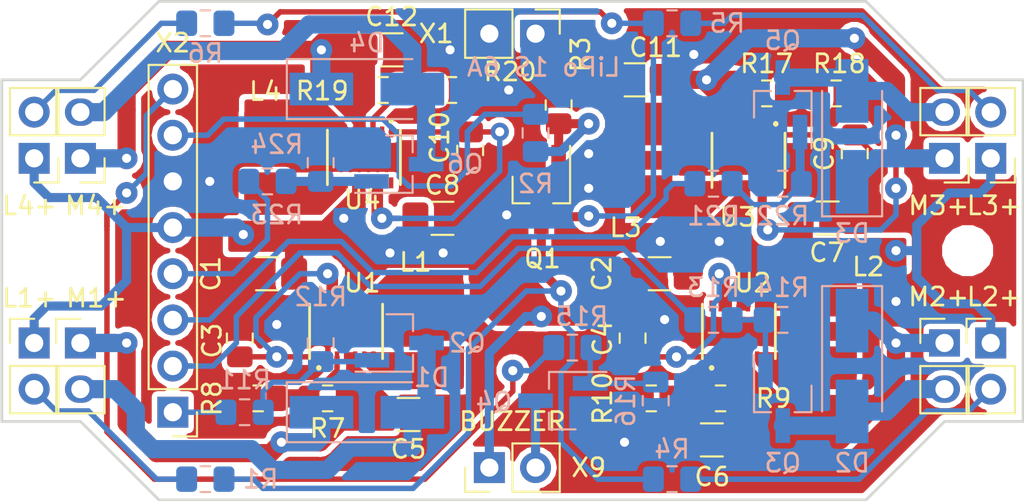
<source format=kicad_pcb>
(kicad_pcb (version 20171130) (host pcbnew "(5.0.1)-3")
  (title_block (title "8520 DC Motor Escaper") (company anton.sysoev.ru68@gmail.com) (comment 2 "Anton Sysoev"))
  (layers (0 F.Cu signal) (31 B.Cu signal) (34 B.Paste user) (35 F.Paste user) (36 B.SilkS user) (37 F.SilkS user) (38 B.Mask user) (39 F.Mask user) (44 Edge.Cuts user))
  (net 0 "")
  (net 1 +BATT)
  (net 2 GNDD)
  (net 3 "Net-(C3-Pad1)")
  (net 4 "Net-(C4-Pad1)")
  (net 5 "Net-(C5-Pad1)")
  (net 6 "Net-(C6-Pad1)")
  (net 7 "Net-(C9-Pad1)")
  (net 8 "Net-(C10-Pad1)")
  (net 9 "Net-(C11-Pad1)")
  (net 10 "Net-(C12-Pad1)")
  (net 11 "Net-(D1-Pad2)")
  (net 12 "Net-(D2-Pad2)")
  (net 13 "Net-(D3-Pad2)")
  (net 14 "Net-(D4-Pad2)")
  (net 15 "Net-(L1-Pad1)")
  (net 16 "Net-(L1-Pad2)")
  (net 17 "Net-(L2-Pad2)")
  (net 18 "Net-(L2-Pad1)")
  (net 19 "Net-(L3-Pad2)")
  (net 20 "Net-(L3-Pad1)")
  (net 21 "Net-(L4-Pad1)")
  (net 22 "Net-(L4-Pad2)")
  (net 23 "Net-(Q1-Pad1)")
  (net 24 "Net-(Q1-Pad3)")
  (net 25 "Net-(Q2-Pad1)")
  (net 26 "Net-(Q3-Pad1)")
  (net 27 "Net-(Q4-Pad1)")
  (net 28 "Net-(Q4-Pad3)")
  (net 29 "Net-(Q5-Pad1)")
  (net 30 "Net-(Q6-Pad1)")
  (net 31 "Net-(R1-Pad1)")
  (net 32 LED)
  (net 33 "Net-(R4-Pad1)")
  (net 34 "Net-(R5-Pad1)")
  (net 35 "Net-(R6-Pad1)")
  (net 36 "Net-(R7-Pad2)")
  (net 37 "Net-(R10-Pad1)")
  (net 38 M1)
  (net 39 M2)
  (net 40 BUZ)
  (net 41 "Net-(R17-Pad2)")
  (net 42 "Net-(R19-Pad2)")
  (net 43 M3)
  (net 44 M4)
  (module Capacitor_SMD:C_0805_2012Metric_Pad1.15x1.40mm_HandSolder (layer F.Cu) (at 124.714 96.892 90)
    (fp_text reference C4 (at -0.009 -1.651 90) (layer F.SilkS))
    (fp_text value "" hide)
    (pad 2 smd roundrect (at 1.025 0 90) (size 1.15 1.4) (layers F.Cu F.Paste F.Mask) (roundrect_rratio 0.217391) (net 2 GNDD))
    (pad 1 smd roundrect (at -1.025 0 90) (size 1.15 1.4) (layers F.Cu F.Paste F.Mask) (roundrect_rratio 0.217391) (net 4 "Net-(C4-Pad1)"))
  )
  (module MountingHole:MountingHole_2.2mm_M2 (layer F.Cu) (at 93.091 92.075 90)
    (fp_text reference "" hide)
    (fp_text value "" hide)
    (pad 1 np_thru_hole circle (at 0 0 90) (size 2.2 2.2) (drill 2.2) (layers *.Cu *.Mask))
  )
  (module Capacitor_SMD:C_0805_2012Metric_Pad1.15x1.40mm_HandSolder (layer F.Cu) (at 103.124 96.892 90)
    (fp_text reference C3 (at -0.136 -1.524 270) (layer F.SilkS))
    (fp_text value "" hide)
    (pad 2 smd roundrect (at 1.025 0 90) (size 1.15 1.4) (layers F.Cu F.Paste F.Mask) (roundrect_rratio 0.217391) (net 2 GNDD))
    (pad 1 smd roundrect (at -1.025 0 90) (size 1.15 1.4) (layers F.Cu F.Paste F.Mask) (roundrect_rratio 0.217391) (net 3 "Net-(C3-Pad1)"))
  )
  (module Capacitor_SMD:C_1206_3216Metric_Pad1.42x1.75mm_HandSolder (layer F.Cu) (at 104.621 93.345 180)
    (fp_text reference C1 (at 3.0845 0 90) (layer F.SilkS))
    (fp_text value "")
    (pad 1 smd roundrect (at -1.4875 0 180) (size 1.425 1.75) (layers F.Cu F.Paste F.Mask) (roundrect_rratio 0.175439) (net 1 +BATT))
    (pad 2 smd roundrect (at 1.4875 0 180) (size 1.425 1.75) (layers F.Cu F.Paste F.Mask) (roundrect_rratio 0.175439) (net 2 GNDD))
  )
  (module Capacitor_SMD:C_1206_3216Metric_Pad1.42x1.75mm_HandSolder (layer F.Cu) (at 126.2015 93.345 180)
    (fp_text reference C2 (at 3.175 0 270) (layer F.SilkS))
    (fp_text value "" hide)
    (pad 2 smd roundrect (at 1.4875 0 180) (size 1.425 1.75) (layers F.Cu F.Paste F.Mask) (roundrect_rratio 0.175439) (net 2 GNDD))
    (pad 1 smd roundrect (at -1.4875 0 180) (size 1.425 1.75) (layers F.Cu F.Paste F.Mask) (roundrect_rratio 0.175439) (net 1 +BATT))
  )
  (module Capacitor_SMD:C_1206_3216Metric_Pad1.42x1.75mm_HandSolder (layer F.Cu) (at 112.395 101.092)
    (fp_text reference C5 (at 0 1.905) (layer F.SilkS))
    (fp_text value "" hide)
    (pad 1 smd roundrect (at -1.4875 0) (size 1.425 1.75) (layers F.Cu F.Paste F.Mask) (roundrect_rratio 0.175439) (net 5 "Net-(C5-Pad1)"))
    (pad 2 smd roundrect (at 1.4875 0) (size 1.425 1.75) (layers F.Cu F.Paste F.Mask) (roundrect_rratio 0.175439) (net 2 GNDD))
  )
  (module Capacitor_SMD:C_1206_3216Metric_Pad1.42x1.75mm_HandSolder (layer F.Cu) (at 129.0685 102.489 180)
    (fp_text reference C6 (at -0.027 -2.032) (layer F.SilkS))
    (fp_text value "" hide)
    (pad 2 smd roundrect (at 1.4875 0 180) (size 1.425 1.75) (layers F.Cu F.Paste F.Mask) (roundrect_rratio 0.175439) (net 2 GNDD))
    (pad 1 smd roundrect (at -1.4875 0 180) (size 1.425 1.75) (layers F.Cu F.Paste F.Mask) (roundrect_rratio 0.175439) (net 6 "Net-(C6-Pad1)"))
  )
  (module Capacitor_SMD:C_1206_3216Metric_Pad1.42x1.75mm_HandSolder (layer F.Cu) (at 135.438746 90.280245)
    (fp_text reference C7 (at -0.0365 1.905) (layer F.SilkS))
    (fp_text value "" hide)
    (pad 1 smd roundrect (at -1.4875 0) (size 1.425 1.75) (layers F.Cu F.Paste F.Mask) (roundrect_rratio 0.175439) (net 1 +BATT))
    (pad 2 smd roundrect (at 1.4875 0) (size 1.425 1.75) (layers F.Cu F.Paste F.Mask) (roundrect_rratio 0.175439) (net 2 GNDD))
  )
  (module Capacitor_SMD:C_1206_3216Metric_Pad1.42x1.75mm_HandSolder (layer F.Cu) (at 114.2635 90.297)
    (fp_text reference C8 (at 0 -1.82) (layer F.SilkS))
    (fp_text value "" hide)
    (pad 2 smd roundrect (at 1.4875 0) (size 1.425 1.75) (layers F.Cu F.Paste F.Mask) (roundrect_rratio 0.175439) (net 2 GNDD))
    (pad 1 smd roundrect (at -1.4875 0) (size 1.425 1.75) (layers F.Cu F.Paste F.Mask) (roundrect_rratio 0.175439) (net 1 +BATT))
  )
  (module Capacitor_SMD:C_0805_2012Metric_Pad1.15x1.40mm_HandSolder (layer F.Cu) (at 136.926246 86.733245 270)
    (fp_text reference C9 (at 0.007755 1.671246 270) (layer F.SilkS))
    (fp_text value "" hide)
    (pad 2 smd roundrect (at 1.025 0 270) (size 1.15 1.4) (layers F.Cu F.Paste F.Mask) (roundrect_rratio 0.217391) (net 2 GNDD))
    (pad 1 smd roundrect (at -1.025 0 270) (size 1.15 1.4) (layers F.Cu F.Paste F.Mask) (roundrect_rratio 0.217391) (net 7 "Net-(C9-Pad1)"))
  )
  (module Capacitor_SMD:C_0805_2012Metric_Pad1.15x1.40mm_HandSolder (layer F.Cu) (at 115.7859 86.5595 270)
    (fp_text reference C10 (at -0.7075 1.6764 270) (layer F.SilkS))
    (fp_text value "" hide)
    (pad 1 smd roundrect (at -1.0155 0 270) (size 1.15 1.4) (layers F.Cu F.Paste F.Mask) (roundrect_rratio 0.217) (net 8 "Net-(C10-Pad1)"))
    (pad 2 smd roundrect (at 1.025 0 270) (size 1.15 1.4) (layers F.Cu F.Paste F.Mask) (roundrect_rratio 0.217391) (net 2 GNDD))
  )
  (module Capacitor_SMD:C_1206_3216Metric_Pad1.42x1.75mm_HandSolder (layer F.Cu) (at 124.8775 82.677 180)
    (fp_text reference C11 (at -1.1065 1.778 180) (layer F.SilkS))
    (fp_text value "" hide)
    (pad 2 smd roundrect (at 1.4875 0 180) (size 1.425 1.75) (layers F.Cu F.Paste F.Mask) (roundrect_rratio 0.175439) (net 2 GNDD))
    (pad 1 smd roundrect (at -1.4875 0 180) (size 1.425 1.75) (layers F.Cu F.Paste F.Mask) (roundrect_rratio 0.175439) (net 9 "Net-(C11-Pad1)"))
  )
  (module Capacitor_SMD:C_1206_3216Metric_Pad1.42x1.75mm_HandSolder (layer F.Cu) (at 111.4695 81.026)
    (fp_text reference C12 (at 0 -1.82) (layer F.SilkS))
    (fp_text value "" hide)
    (pad 1 smd roundrect (at -1.4875 0) (size 1.425 1.75) (layers F.Cu F.Paste F.Mask) (roundrect_rratio 0.175439) (net 10 "Net-(C12-Pad1)"))
    (pad 2 smd roundrect (at 1.4875 0) (size 1.425 1.75) (layers F.Cu F.Paste F.Mask) (roundrect_rratio 0.175439) (net 2 GNDD))
  )
  (module Diode_SMD:D_SMA_Handsoldering (layer B.Cu) (at 110.109 100.965)
    (fp_text reference D1 (at 3.556 -1.905) (layer B.SilkS) (effects (justify mirror)))
    (fp_text value "" hide)
    (pad 2 smd rect (at 2.5 0) (size 3.5 1.8) (layers B.Cu B.Paste B.Mask) (net 11 "Net-(D1-Pad2)"))
    (pad 1 smd rect (at -2.5 0) (size 3.5 1.8) (layers B.Cu B.Paste B.Mask) (net 5 "Net-(C5-Pad1)"))
  )
  (module Diode_SMD:D_SMA_Handsoldering (layer B.Cu) (at 136.779 98.425 270)
    (fp_text reference D2 (at 5.334 0) (layer B.SilkS) (effects (justify mirror)))
    (fp_text value "" hide)
    (pad 2 smd rect (at 2.5 0 270) (size 3.5 1.8) (layers B.Cu B.Paste B.Mask) (net 12 "Net-(D2-Pad2)"))
    (pad 1 smd rect (at -2.5 0 270) (size 3.5 1.8) (layers B.Cu B.Paste B.Mask) (net 6 "Net-(C6-Pad1)"))
  )
  (module Diode_SMD:D_SMA_Handsoldering (layer B.Cu) (at 136.779 85.7885 90)
    (fp_text reference D3 (at -5.334 0 -180) (layer B.SilkS) (effects (justify mirror)))
    (fp_text value "")
    (pad 1 smd rect (at -2.5 0 90) (size 3.5 1.8) (layers B.Cu B.Paste B.Mask) (net 9 "Net-(C11-Pad1)"))
    (pad 2 smd rect (at 2.5 0 90) (size 3.5 1.8) (layers B.Cu B.Paste B.Mask) (net 13 "Net-(D3-Pad2)"))
  )
  (module Diode_SMD:D_SMA_Handsoldering (layer B.Cu) (at 110.109 83.185)
    (fp_text reference D4 (at 0 -2.54 -180) (layer B.SilkS) (effects (justify mirror)))
    (fp_text value "")
    (pad 1 smd rect (at -2.5 0) (size 3.5 1.8) (layers B.Cu B.Paste B.Mask) (net 10 "Net-(C12-Pad1)"))
    (pad 2 smd rect (at 2.5 0) (size 3.5 1.8) (layers B.Cu B.Paste B.Mask) (net 14 "Net-(D4-Pad2)"))
  )
  (module custom:SPM4020T (layer F.Cu) (at 114.3 96.52 270)
    (fp_text reference L1 (at -3.81 1.524) (layer F.SilkS))
    (fp_text value "" hide)
    (pad 1 smd rect (at -1.65 0 270) (size 1.65 2.3) (layers F.Cu F.Paste F.Mask) (net 15 "Net-(L1-Pad1)"))
    (pad 2 smd rect (at 1.65 0 270) (size 1.65 2.3) (layers F.Cu F.Paste F.Mask) (net 16 "Net-(L1-Pad2)"))
  )
  (module custom:SPM4020T (layer F.Cu) (at 135.89 96.52 270)
    (fp_text reference L2 (at -3.556 -1.778) (layer F.SilkS))
    (fp_text value "" hide)
    (pad 2 smd rect (at 1.65 0 270) (size 1.65 2.3) (layers F.Cu F.Paste F.Mask) (net 17 "Net-(L2-Pad2)"))
    (pad 1 smd rect (at -1.65 0 270) (size 1.65 2.3) (layers F.Cu F.Paste F.Mask) (net 18 "Net-(L2-Pad1)"))
  )
  (module custom:SPM4020T (layer F.Cu) (at 125.750246 87.105245 90)
    (fp_text reference L3 (at -3.699755 -1.417246 -180) (layer F.SilkS))
    (fp_text value "" hide)
    (pad 2 smd rect (at 1.65 0 90) (size 1.65 2.3) (layers F.Cu F.Paste F.Mask) (net 19 "Net-(L3-Pad2)"))
    (pad 1 smd rect (at -1.65 0 90) (size 1.65 2.3) (layers F.Cu F.Paste F.Mask) (net 20 "Net-(L3-Pad1)"))
  )
  (module custom:SPM4020T (layer F.Cu) (at 104.51434 86.9442 90)
    (fp_text reference L4 (at 3.6322 0.00666 180) (layer F.SilkS))
    (fp_text value "" hide)
    (pad 1 smd rect (at -1.65 0 90) (size 1.65 2.3) (layers F.Cu F.Paste F.Mask) (net 21 "Net-(L4-Pad1)"))
    (pad 2 smd rect (at 1.65 0 90) (size 1.65 2.3) (layers F.Cu F.Paste F.Mask) (net 22 "Net-(L4-Pad2)"))
  )
  (module Package_TO_SOT_SMD:SOT-23_Handsoldering (layer F.Cu) (at 119.6975 88.7095 270)
    (fp_text reference Q1 (at 3.81 -0.0635) (layer F.SilkS))
    (fp_text value "" hide)
    (pad 1 smd rect (at -1.5 -0.95 270) (size 1.9 0.8) (layers F.Cu F.Paste F.Mask) (net 23 "Net-(Q1-Pad1)"))
    (pad 2 smd rect (at -1.5 0.95 270) (size 1.9 0.8) (layers F.Cu F.Paste F.Mask) (net 2 GNDD))
    (pad 3 smd rect (at 1.5 0 270) (size 1.9 0.8) (layers F.Cu F.Paste F.Mask) (net 24 "Net-(Q1-Pad3)"))
  )
  (module Package_TO_SOT_SMD:SOT-23_Handsoldering (layer B.Cu) (at 111.887 97.155)
    (fp_text reference Q2 (at 3.7465 0 180) (layer B.SilkS) (effects (justify mirror)))
    (fp_text value "" hide)
    (pad 1 smd rect (at -1.5 0.95) (size 1.9 0.8) (layers B.Cu B.Paste B.Mask) (net 25 "Net-(Q2-Pad1)"))
    (pad 2 smd rect (at -1.5 -0.95) (size 1.9 0.8) (layers B.Cu B.Paste B.Mask) (net 2 GNDD))
    (pad 3 smd rect (at 1.5 0) (size 1.9 0.8) (layers B.Cu B.Paste B.Mask) (net 11 "Net-(D1-Pad2)"))
  )
  (module Package_TO_SOT_SMD:SOT-23_Handsoldering (layer B.Cu) (at 132.969 100.203 270)
    (fp_text reference Q3 (at 3.556 0) (layer B.SilkS) (effects (justify mirror)))
    (fp_text value "" hide)
    (pad 3 smd rect (at 1.5 0 270) (size 1.9 0.8) (layers B.Cu B.Paste B.Mask) (net 12 "Net-(D2-Pad2)"))
    (pad 2 smd rect (at -1.5 -0.95 270) (size 1.9 0.8) (layers B.Cu B.Paste B.Mask) (net 2 GNDD))
    (pad 1 smd rect (at -1.5 0.95 270) (size 1.9 0.8) (layers B.Cu B.Paste B.Mask) (net 26 "Net-(Q3-Pad1)"))
  )
  (module Package_TO_SOT_SMD:SOT-23_Handsoldering (layer B.Cu) (at 120.88 100.33 180)
    (fp_text reference Q4 (at 3.786 -0.0635 180) (layer B.SilkS) (effects (justify mirror)))
    (fp_text value "" hide)
    (pad 1 smd rect (at -1.5 0.95 180) (size 1.9 0.8) (layers B.Cu B.Paste B.Mask) (net 27 "Net-(Q4-Pad1)"))
    (pad 2 smd rect (at -1.5 -0.95 180) (size 1.9 0.8) (layers B.Cu B.Paste B.Mask) (net 2 GNDD))
    (pad 3 smd rect (at 1.5 0 180) (size 1.9 0.8) (layers B.Cu B.Paste B.Mask) (net 28 "Net-(Q4-Pad3)"))
  )
  (module Package_TO_SOT_SMD:SOT-23_Handsoldering (layer B.Cu) (at 132.969 84.05 90)
    (fp_text reference Q5 (at 3.532 0 180) (layer B.SilkS) (effects (justify mirror)))
    (fp_text value "" hide)
    (pad 3 smd rect (at 1.5 0 90) (size 1.9 0.8) (layers B.Cu B.Paste B.Mask) (net 13 "Net-(D3-Pad2)"))
    (pad 2 smd rect (at -1.5 -0.95 90) (size 1.9 0.8) (layers B.Cu B.Paste B.Mask) (net 2 GNDD))
    (pad 1 smd rect (at -1.5 0.95 90) (size 1.9 0.8) (layers B.Cu B.Paste B.Mask) (net 29 "Net-(Q5-Pad1)"))
  )
  (module Package_TO_SOT_SMD:SOT-23_Handsoldering (layer B.Cu) (at 111.863 87.315)
    (fp_text reference Q6 (at 3.6435 -0.0025) (layer B.SilkS) (effects (justify mirror)))
    (fp_text value "" hide)
    (pad 3 smd rect (at 1.5 0) (size 1.9 0.8) (layers B.Cu B.Paste B.Mask) (net 14 "Net-(D4-Pad2)"))
    (pad 2 smd rect (at -1.5 -0.95) (size 1.9 0.8) (layers B.Cu B.Paste B.Mask) (net 2 GNDD))
    (pad 1 smd rect (at -1.5 0.95) (size 1.9 0.8) (layers B.Cu B.Paste B.Mask) (net 30 "Net-(Q6-Pad1)"))
  )
  (module Resistor_SMD:R_0805_2012Metric_Pad1.15x1.40mm_HandSolder (layer B.Cu) (at 101.228 104.648)
    (fp_text reference R1 (at 3.039 0) (layer B.SilkS) (effects (justify mirror)))
    (fp_text value "" hide)
    (pad 2 smd roundrect (at 1.025 0) (size 1.15 1.4) (layers B.Cu B.Paste B.Mask) (roundrect_rratio 0.217391) (net 24 "Net-(Q1-Pad3)"))
    (pad 1 smd roundrect (at -1.025 0) (size 1.15 1.4) (layers B.Cu B.Paste B.Mask) (roundrect_rratio 0.217391) (net 31 "Net-(R1-Pad1)"))
  )
  (module Resistor_SMD:R_0805_2012Metric_Pad1.15x1.40mm_HandSolder (layer B.Cu) (at 119.38 85.598 90)
    (fp_text reference R2 (at -2.794 0 180) (layer B.SilkS) (effects (justify mirror)))
    (fp_text value "" hide)
    (pad 1 smd roundrect (at -1.025 0 90) (size 1.15 1.4) (layers B.Cu B.Paste B.Mask) (roundrect_rratio 0.217391) (net 23 "Net-(Q1-Pad1)"))
    (pad 2 smd roundrect (at 1.025 0 90) (size 1.15 1.4) (layers B.Cu B.Paste B.Mask) (roundrect_rratio 0.217391) (net 32 LED))
  )
  (module Resistor_SMD:R_0805_2012Metric_Pad1.15x1.40mm_HandSolder (layer F.Cu) (at 120.65 84.065 90)
    (fp_text reference R3 (at 2.785 1.2065 270) (layer F.SilkS))
    (fp_text value "" hide)
    (pad 2 smd roundrect (at 1.025 0 90) (size 1.15 1.4) (layers F.Cu F.Paste F.Mask) (roundrect_rratio 0.217391) (net 2 GNDD))
    (pad 1 smd roundrect (at -1.025 0 90) (size 1.15 1.4) (layers F.Cu F.Paste F.Mask) (roundrect_rratio 0.217391) (net 23 "Net-(Q1-Pad1)"))
  )
  (module Resistor_SMD:R_0805_2012Metric_Pad1.15x1.40mm_HandSolder (layer B.Cu) (at 126.882 104.648 180)
    (fp_text reference R4 (at 0 1.65 180) (layer B.SilkS) (effects (justify mirror)))
    (fp_text value "" hide)
    (pad 1 smd roundrect (at -1.025 0 180) (size 1.15 1.4) (layers B.Cu B.Paste B.Mask) (roundrect_rratio 0.217391) (net 33 "Net-(R4-Pad1)"))
    (pad 2 smd roundrect (at 1.025 0 180) (size 1.15 1.4) (layers B.Cu B.Paste B.Mask) (roundrect_rratio 0.217391) (net 24 "Net-(Q1-Pad3)"))
  )
  (module Resistor_SMD:R_0805_2012Metric_Pad1.15x1.40mm_HandSolder (layer B.Cu) (at 126.882 79.5655 180)
    (fp_text reference R5 (at -3.039 0 180) (layer B.SilkS) (effects (justify mirror)))
    (fp_text value "" hide)
    (pad 2 smd roundrect (at 1.025 0 180) (size 1.15 1.4) (layers B.Cu B.Paste B.Mask) (roundrect_rratio 0.217391) (net 24 "Net-(Q1-Pad3)"))
    (pad 1 smd roundrect (at -1.025 0 180) (size 1.15 1.4) (layers B.Cu B.Paste B.Mask) (roundrect_rratio 0.217391) (net 34 "Net-(R5-Pad1)"))
  )
  (module Resistor_SMD:R_0805_2012Metric_Pad1.15x1.40mm_HandSolder (layer B.Cu) (at 101.228 79.5655)
    (fp_text reference R6 (at 0 1.65) (layer B.SilkS) (effects (justify mirror)))
    (fp_text value "" hide)
    (pad 1 smd roundrect (at -1.025 0) (size 1.15 1.4) (layers B.Cu B.Paste B.Mask) (roundrect_rratio 0.217391) (net 35 "Net-(R6-Pad1)"))
    (pad 2 smd roundrect (at 1.025 0) (size 1.15 1.4) (layers B.Cu B.Paste B.Mask) (roundrect_rratio 0.217391) (net 24 "Net-(Q1-Pad3)"))
  )
  (module Resistor_SMD:R_0805_2012Metric_Pad1.15x1.40mm_HandSolder (layer F.Cu) (at 107.95 100.203 180)
    (fp_text reference R7 (at 0 -1.65 180) (layer F.SilkS))
    (fp_text value "" hide)
    (pad 2 smd roundrect (at 1.025 0 180) (size 1.15 1.4) (layers F.Cu F.Paste F.Mask) (roundrect_rratio 0.217391) (net 36 "Net-(R7-Pad2)"))
    (pad 1 smd roundrect (at -1.025 0 180) (size 1.15 1.4) (layers F.Cu F.Paste F.Mask) (roundrect_rratio 0.217391) (net 5 "Net-(C5-Pad1)"))
  )
  (module Resistor_SMD:R_0805_2012Metric_Pad1.15x1.40mm_HandSolder (layer F.Cu) (at 104.131 100.203 180)
    (fp_text reference R8 (at 2.531 0 270) (layer F.SilkS))
    (fp_text value "" hide)
    (pad 1 smd roundrect (at -1.025 0 180) (size 1.15 1.4) (layers F.Cu F.Paste F.Mask) (roundrect_rratio 0.217391) (net 36 "Net-(R7-Pad2)"))
    (pad 2 smd roundrect (at 1.025 0 180) (size 1.15 1.4) (layers F.Cu F.Paste F.Mask) (roundrect_rratio 0.217391) (net 2 GNDD))
  )
  (module Resistor_SMD:R_0805_2012Metric_Pad1.15x1.40mm_HandSolder (layer F.Cu) (at 129.549 100.203 180)
    (fp_text reference R9 (at -2.912 0 180) (layer F.SilkS))
    (fp_text value "" hide)
    (pad 2 smd roundrect (at 1.025 0 180) (size 1.15 1.4) (layers F.Cu F.Paste F.Mask) (roundrect_rratio 0.217391) (net 37 "Net-(R10-Pad1)"))
    (pad 1 smd roundrect (at -1.025 0 180) (size 1.15 1.4) (layers F.Cu F.Paste F.Mask) (roundrect_rratio 0.217391) (net 6 "Net-(C6-Pad1)"))
  )
  (module Resistor_SMD:R_0805_2012Metric_Pad1.15x1.40mm_HandSolder (layer F.Cu) (at 125.739 100.203 180)
    (fp_text reference R10 (at 2.676 0 270) (layer F.SilkS))
    (fp_text value "" hide)
    (pad 2 smd roundrect (at 1.025 0 180) (size 1.15 1.4) (layers F.Cu F.Paste F.Mask) (roundrect_rratio 0.217391) (net 2 GNDD))
    (pad 1 smd roundrect (at -1.025 0 180) (size 1.15 1.4) (layers F.Cu F.Paste F.Mask) (roundrect_rratio 0.217391) (net 37 "Net-(R10-Pad1)"))
  )
  (module Resistor_SMD:R_0805_2012Metric_Pad1.15x1.40mm_HandSolder (layer B.Cu) (at 103.387 100.965)
    (fp_text reference R11 (at 0 -1.778 180) (layer B.SilkS) (effects (justify mirror)))
    (fp_text value "" hide)
    (pad 1 smd roundrect (at -1.025 0) (size 1.15 1.4) (layers B.Cu B.Paste B.Mask) (roundrect_rratio 0.217391) (net 38 M1))
    (pad 2 smd roundrect (at 1.025 0) (size 1.15 1.4) (layers B.Cu B.Paste B.Mask) (roundrect_rratio 0.217391) (net 25 "Net-(Q2-Pad1)"))
  )
  (module Resistor_SMD:R_0805_2012Metric_Pad1.15x1.40mm_HandSolder (layer B.Cu) (at 107.569 97.155 90)
    (fp_text reference R12 (at 2.54 0 180) (layer B.SilkS) (effects (justify mirror)))
    (fp_text value "" hide)
    (pad 1 smd roundrect (at -1.025 0 90) (size 1.15 1.4) (layers B.Cu B.Paste B.Mask) (roundrect_rratio 0.217391) (net 25 "Net-(Q2-Pad1)"))
    (pad 2 smd roundrect (at 1.025 0 90) (size 1.15 1.4) (layers B.Cu B.Paste B.Mask) (roundrect_rratio 0.217391) (net 2 GNDD))
  )
  (module Resistor_SMD:R_0805_2012Metric_Pad1.15x1.40mm_HandSolder (layer B.Cu) (at 129.159 95.885)
    (fp_text reference R13 (at 0 -1.778) (layer B.SilkS) (effects (justify mirror)))
    (fp_text value "" hide)
    (pad 1 smd roundrect (at -1.025 0) (size 1.15 1.4) (layers B.Cu B.Paste B.Mask) (roundrect_rratio 0.217391) (net 39 M2))
    (pad 2 smd roundrect (at 1.025 0) (size 1.15 1.4) (layers B.Cu B.Paste B.Mask) (roundrect_rratio 0.217391) (net 26 "Net-(Q3-Pad1)"))
  )
  (module Resistor_SMD:R_0805_2012Metric_Pad1.15x1.40mm_HandSolder (layer B.Cu) (at 132.969 95.885)
    (fp_text reference R14 (at 0 -1.778) (layer B.SilkS) (effects (justify mirror)))
    (fp_text value "")
    (pad 2 smd roundrect (at 1.025 0) (size 1.15 1.4) (layers B.Cu B.Paste B.Mask) (roundrect_rratio 0.217391) (net 2 GNDD))
    (pad 1 smd roundrect (at -1.025 0) (size 1.15 1.4) (layers B.Cu B.Paste B.Mask) (roundrect_rratio 0.217391) (net 26 "Net-(Q3-Pad1)"))
  )
  (module Resistor_SMD:R_0805_2012Metric_Pad1.15x1.40mm_HandSolder (layer B.Cu) (at 121.403 97.409 180)
    (fp_text reference R15 (at -0.517 1.7145 180) (layer B.SilkS) (effects (justify mirror)))
    (fp_text value "" hide)
    (pad 1 smd roundrect (at -1.025 0 180) (size 1.15 1.4) (layers B.Cu B.Paste B.Mask) (roundrect_rratio 0.217391) (net 27 "Net-(Q4-Pad1)"))
    (pad 2 smd roundrect (at 1.025 0 180) (size 1.15 1.4) (layers B.Cu B.Paste B.Mask) (roundrect_rratio 0.217391) (net 40 BUZ))
  )
  (module Resistor_SMD:R_0805_2012Metric_Pad1.15x1.40mm_HandSolder (layer B.Cu) (at 125.984 100.33 270)
    (fp_text reference R16 (at 0 1.65 270) (layer B.SilkS) (effects (justify mirror)))
    (fp_text value "" hide)
    (pad 2 smd roundrect (at 1.025 0 270) (size 1.15 1.4) (layers B.Cu B.Paste B.Mask) (roundrect_rratio 0.217391) (net 2 GNDD))
    (pad 1 smd roundrect (at -1.025 0 270) (size 1.15 1.4) (layers B.Cu B.Paste B.Mask) (roundrect_rratio 0.217391) (net 27 "Net-(Q4-Pad1)"))
  )
  (module Resistor_SMD:R_0805_2012Metric_Pad1.15x1.40mm_HandSolder (layer F.Cu) (at 132.091246 83.422245)
    (fp_text reference R17 (at -0.011246 -1.634245) (layer F.SilkS))
    (fp_text value "" hide)
    (pad 1 smd roundrect (at -1.025 0) (size 1.15 1.4) (layers F.Cu F.Paste F.Mask) (roundrect_rratio 0.217391) (net 9 "Net-(C11-Pad1)"))
    (pad 2 smd roundrect (at 1.025 0) (size 1.15 1.4) (layers F.Cu F.Paste F.Mask) (roundrect_rratio 0.217391) (net 41 "Net-(R17-Pad2)"))
  )
  (module Resistor_SMD:R_0805_2012Metric_Pad1.15x1.40mm_HandSolder (layer F.Cu) (at 135.901246 83.422245)
    (fp_text reference R18 (at 0.179254 -1.634245 180) (layer F.SilkS))
    (fp_text value "" hide)
    (pad 2 smd roundrect (at 1.025 0) (size 1.15 1.4) (layers F.Cu F.Paste F.Mask) (roundrect_rratio 0.217391) (net 2 GNDD))
    (pad 1 smd roundrect (at -1.025 0) (size 1.15 1.4) (layers F.Cu F.Paste F.Mask) (roundrect_rratio 0.217391) (net 41 "Net-(R17-Pad2)"))
  )
  (module Resistor_SMD:R_0805_2012Metric_Pad1.15x1.40mm_HandSolder (layer F.Cu) (at 110.998 83.2358)
    (fp_text reference R19 (at -3.3438 0.0508) (layer F.SilkS))
    (fp_text value "" hide)
    (pad 2 smd roundrect (at 1.025 0) (size 1.15 1.4) (layers F.Cu F.Paste F.Mask) (roundrect_rratio 0.217391) (net 42 "Net-(R19-Pad2)"))
    (pad 1 smd roundrect (at -1.025 0) (size 1.15 1.4) (layers F.Cu F.Paste F.Mask) (roundrect_rratio 0.217391) (net 10 "Net-(C12-Pad1)"))
  )
  (module Resistor_SMD:R_0805_2012Metric_Pad1.15x1.40mm_HandSolder (layer F.Cu) (at 114.7572 83.2358)
    (fp_text reference R20 (at 3.2258 -1.0033) (layer F.SilkS))
    (fp_text value "" hide)
    (pad 1 smd roundrect (at -1.025 0) (size 1.15 1.4) (layers F.Cu F.Paste F.Mask) (roundrect_rratio 0.217391) (net 42 "Net-(R19-Pad2)"))
    (pad 2 smd roundrect (at 1.025 0) (size 1.15 1.4) (layers F.Cu F.Paste F.Mask) (roundrect_rratio 0.217391) (net 2 GNDD))
  )
  (module Resistor_SMD:R_0805_2012Metric_Pad1.15x1.40mm_HandSolder (layer B.Cu) (at 129.159 88.392)
    (fp_text reference R21 (at 0.009 1.778 180) (layer B.SilkS) (effects (justify mirror)))
    (fp_text value "")
    (pad 2 smd roundrect (at 1.025 0) (size 1.15 1.4) (layers B.Cu B.Paste B.Mask) (roundrect_rratio 0.217391) (net 29 "Net-(Q5-Pad1)"))
    (pad 1 smd roundrect (at -1.025 0) (size 1.15 1.4) (layers B.Cu B.Paste B.Mask) (roundrect_rratio 0.217391) (net 43 M3))
  )
  (module Resistor_SMD:R_0805_2012Metric_Pad1.15x1.40mm_HandSolder (layer B.Cu) (at 132.969 88.392 180)
    (fp_text reference R22 (at 0 -1.778 180) (layer B.SilkS) (effects (justify mirror)))
    (fp_text value "" hide)
    (pad 1 smd roundrect (at -1.025 0 180) (size 1.15 1.4) (layers B.Cu B.Paste B.Mask) (roundrect_rratio 0.217391) (net 29 "Net-(Q5-Pad1)"))
    (pad 2 smd roundrect (at 1.025 0 180) (size 1.15 1.4) (layers B.Cu B.Paste B.Mask) (roundrect_rratio 0.217391) (net 2 GNDD))
  )
  (module Resistor_SMD:R_0805_2012Metric_Pad1.15x1.40mm_HandSolder (layer B.Cu) (at 104.639 88.265)
    (fp_text reference R23 (at 0.517 1.8415 180) (layer B.SilkS) (effects (justify mirror)))
    (fp_text value "" hide)
    (pad 2 smd roundrect (at 1.025 0) (size 1.15 1.4) (layers B.Cu B.Paste B.Mask) (roundrect_rratio 0.217391) (net 30 "Net-(Q6-Pad1)"))
    (pad 1 smd roundrect (at -1.025 0) (size 1.15 1.4) (layers B.Cu B.Paste B.Mask) (roundrect_rratio 0.217391) (net 44 M4))
  )
  (module Resistor_SMD:R_0805_2012Metric_Pad1.15x1.40mm_HandSolder (layer B.Cu) (at 107.569 87.24 90)
    (fp_text reference R24 (at 1.007 -2.413 180) (layer B.SilkS) (effects (justify mirror)))
    (fp_text value "" hide)
    (pad 1 smd roundrect (at -1.025 0 90) (size 1.15 1.4) (layers B.Cu B.Paste B.Mask) (roundrect_rratio 0.217391) (net 30 "Net-(Q6-Pad1)"))
    (pad 2 smd roundrect (at 1.025 0 90) (size 1.15 1.4) (layers B.Cu B.Paste B.Mask) (roundrect_rratio 0.217391) (net 2 GNDD))
  )
  (module custom:VSON-14 (layer F.Cu) (at 108.966 96.52 90)
    (fp_text reference U1 (at 2.667 0.889 180) (layer F.SilkS) (effects (font (size 1.00031 1.00031))))
    (fp_text value "" hide)
    (pad 1 smd rect (at -1.4 -1.5 90) (size 0.6 0.24) (layers F.Cu F.Paste F.Mask) (net 3 "Net-(C3-Pad1)"))
    (pad 2 smd rect (at -1.4 -1 90) (size 0.6 0.24) (layers F.Cu F.Paste F.Mask) (net 2 GNDD))
    (pad 3 smd rect (at -1.4 -0.5 90) (size 0.6 0.24) (layers F.Cu F.Paste F.Mask) (net 36 "Net-(R7-Pad2)"))
    (pad 4 smd rect (at -1.4 0 90) (size 0.6 0.24) (layers F.Cu F.Paste F.Mask) (net 5 "Net-(C5-Pad1)"))
    (pad 5 smd rect (at -1.4 0.5 90) (size 0.6 0.24) (layers F.Cu F.Paste F.Mask) (net 5 "Net-(C5-Pad1)"))
    (pad 6 smd rect (at -1.4 1 90) (size 0.6 0.24) (layers F.Cu F.Paste F.Mask) (net 16 "Net-(L1-Pad2)"))
    (pad 7 smd rect (at -1.4 1.5 90) (size 0.6 0.24) (layers F.Cu F.Paste F.Mask) (net 16 "Net-(L1-Pad2)"))
    (pad 8 smd rect (at 1.4 1.5 270) (size 0.6 0.24) (layers F.Cu F.Paste F.Mask) (net 15 "Net-(L1-Pad1)"))
    (pad 9 smd rect (at 1.4 1 270) (size 0.6 0.24) (layers F.Cu F.Paste F.Mask) (net 15 "Net-(L1-Pad1)"))
    (pad 10 smd rect (at 1.4 0.5 270) (size 0.6 0.24) (layers F.Cu F.Paste F.Mask) (net 1 +BATT))
    (pad 11 smd rect (at 1.4 0 270) (size 0.6 0.24) (layers F.Cu F.Paste F.Mask) (net 1 +BATT))
    (pad 12 smd rect (at 1.4 -0.5 270) (size 0.6 0.24) (layers F.Cu F.Paste F.Mask) (net 3 "Net-(C3-Pad1)"))
    (pad 13 smd rect (at 1.4 -1 270) (size 0.6 0.24) (layers F.Cu F.Paste F.Mask) (net 3 "Net-(C3-Pad1)"))
    (pad 14 smd rect (at 1.4 -1.5 270) (size 0.6 0.24) (layers F.Cu F.Paste F.Mask))
    (pad 15 smd rect (at 0 0 90) (size 1.58 2.85) (layers F.Cu F.Paste F.Mask) (net 2 GNDD))
    (pad 19 smd rect (at 0.69 -1.7125 90) (size 0.2 0.575) (layers F.Cu F.Paste F.Mask) (net 2 GNDD))
    (pad 16 smd rect (at -0.69 -1.7125 90) (size 0.2 0.575) (layers F.Cu F.Paste F.Mask) (net 2 GNDD))
    (pad 17 smd rect (at -0.23 -1.7125 90) (size 0.2 0.575) (layers F.Cu F.Paste F.Mask) (net 2 GNDD))
    (pad 18 smd rect (at 0.23 -1.7125 90) (size 0.2 0.575) (layers F.Cu F.Paste F.Mask) (net 2 GNDD))
    (pad 21 smd rect (at 0.23 1.7125 90) (size 0.2 0.575) (layers F.Cu F.Paste F.Mask) (net 2 GNDD))
    (pad 20 smd rect (at 0.69 1.7125 90) (size 0.2 0.575) (layers F.Cu F.Paste F.Mask) (net 2 GNDD))
    (pad 22 smd rect (at -0.23 1.7125 90) (size 0.2 0.575) (layers F.Cu F.Paste F.Mask) (net 2 GNDD))
    (pad 23 smd rect (at -0.69 1.7125 90) (size 0.2 0.575) (layers F.Cu F.Paste F.Mask) (net 2 GNDD))
  )
  (module custom:VSON-14 (layer F.Cu) (at 130.556 96.52 90)
    (fp_text reference U2 (at 2.667 0.762 180) (layer F.SilkS) (effects (font (size 1.00031 1.00031))))
    (fp_text value "" hide)
    (pad 1 smd rect (at -1.4 -1.5 90) (size 0.6 0.24) (layers F.Cu F.Paste F.Mask) (net 4 "Net-(C4-Pad1)"))
    (pad 2 smd rect (at -1.4 -1 90) (size 0.6 0.24) (layers F.Cu F.Paste F.Mask) (net 2 GNDD))
    (pad 3 smd rect (at -1.4 -0.5 90) (size 0.6 0.24) (layers F.Cu F.Paste F.Mask) (net 37 "Net-(R10-Pad1)"))
    (pad 4 smd rect (at -1.4 0 90) (size 0.6 0.24) (layers F.Cu F.Paste F.Mask) (net 6 "Net-(C6-Pad1)"))
    (pad 5 smd rect (at -1.4 0.5 90) (size 0.6 0.24) (layers F.Cu F.Paste F.Mask) (net 6 "Net-(C6-Pad1)"))
    (pad 6 smd rect (at -1.4 1 90) (size 0.6 0.24) (layers F.Cu F.Paste F.Mask) (net 17 "Net-(L2-Pad2)"))
    (pad 7 smd rect (at -1.4 1.5 90) (size 0.6 0.24) (layers F.Cu F.Paste F.Mask) (net 17 "Net-(L2-Pad2)"))
    (pad 8 smd rect (at 1.4 1.5 270) (size 0.6 0.24) (layers F.Cu F.Paste F.Mask) (net 18 "Net-(L2-Pad1)"))
    (pad 9 smd rect (at 1.4 1 270) (size 0.6 0.24) (layers F.Cu F.Paste F.Mask) (net 18 "Net-(L2-Pad1)"))
    (pad 10 smd rect (at 1.4 0.5 270) (size 0.6 0.24) (layers F.Cu F.Paste F.Mask) (net 1 +BATT))
    (pad 11 smd rect (at 1.4 0 270) (size 0.6 0.24) (layers F.Cu F.Paste F.Mask) (net 1 +BATT))
    (pad 12 smd rect (at 1.4 -0.5 270) (size 0.6 0.24) (layers F.Cu F.Paste F.Mask) (net 4 "Net-(C4-Pad1)"))
    (pad 13 smd rect (at 1.4 -1 270) (size 0.6 0.24) (layers F.Cu F.Paste F.Mask) (net 4 "Net-(C4-Pad1)"))
    (pad 14 smd rect (at 1.4 -1.5 270) (size 0.6 0.24) (layers F.Cu F.Paste F.Mask))
    (pad 15 smd rect (at 0 0 90) (size 1.58 2.85) (layers F.Cu F.Paste F.Mask) (net 2 GNDD))
    (pad 19 smd rect (at 0.69 -1.7125 90) (size 0.2 0.575) (layers F.Cu F.Paste F.Mask) (net 2 GNDD))
    (pad 16 smd rect (at -0.69 -1.7125 90) (size 0.2 0.575) (layers F.Cu F.Paste F.Mask) (net 2 GNDD))
    (pad 17 smd rect (at -0.23 -1.7125 90) (size 0.2 0.575) (layers F.Cu F.Paste F.Mask) (net 2 GNDD))
    (pad 18 smd rect (at 0.23 -1.7125 90) (size 0.2 0.575) (layers F.Cu F.Paste F.Mask) (net 2 GNDD))
    (pad 21 smd rect (at 0.23 1.7125 90) (size 0.2 0.575) (layers F.Cu F.Paste F.Mask) (net 2 GNDD))
    (pad 20 smd rect (at 0.69 1.7125 90) (size 0.2 0.575) (layers F.Cu F.Paste F.Mask) (net 2 GNDD))
    (pad 22 smd rect (at -0.23 1.7125 90) (size 0.2 0.575) (layers F.Cu F.Paste F.Mask) (net 2 GNDD))
    (pad 23 smd rect (at -0.69 1.7125 90) (size 0.2 0.575) (layers F.Cu F.Paste F.Mask) (net 2 GNDD))
  )
  (module custom:VSON-14 (layer F.Cu) (at 131.084246 87.105245 270)
    (fp_text reference U3 (at 3.128255 0.591746) (layer F.SilkS) (effects (font (size 1.00031 1.00031))))
    (fp_text value "" hide)
    (pad 23 smd rect (at -0.69 1.7125 270) (size 0.2 0.575) (layers F.Cu F.Paste F.Mask) (net 2 GNDD))
    (pad 22 smd rect (at -0.23 1.7125 270) (size 0.2 0.575) (layers F.Cu F.Paste F.Mask) (net 2 GNDD))
    (pad 20 smd rect (at 0.69 1.7125 270) (size 0.2 0.575) (layers F.Cu F.Paste F.Mask) (net 2 GNDD))
    (pad 21 smd rect (at 0.23 1.7125 270) (size 0.2 0.575) (layers F.Cu F.Paste F.Mask) (net 2 GNDD))
    (pad 18 smd rect (at 0.23 -1.7125 270) (size 0.2 0.575) (layers F.Cu F.Paste F.Mask) (net 2 GNDD))
    (pad 17 smd rect (at -0.23 -1.7125 270) (size 0.2 0.575) (layers F.Cu F.Paste F.Mask) (net 2 GNDD))
    (pad 16 smd rect (at -0.69 -1.7125 270) (size 0.2 0.575) (layers F.Cu F.Paste F.Mask) (net 2 GNDD))
    (pad 19 smd rect (at 0.69 -1.7125 270) (size 0.2 0.575) (layers F.Cu F.Paste F.Mask) (net 2 GNDD))
    (pad 15 smd rect (at 0 0 270) (size 1.58 2.85) (layers F.Cu F.Paste F.Mask) (net 2 GNDD))
    (pad 14 smd rect (at 1.4 -1.5 90) (size 0.6 0.24) (layers F.Cu F.Paste F.Mask))
    (pad 13 smd rect (at 1.4 -1 90) (size 0.6 0.24) (layers F.Cu F.Paste F.Mask) (net 7 "Net-(C9-Pad1)"))
    (pad 12 smd rect (at 1.4 -0.5 90) (size 0.6 0.24) (layers F.Cu F.Paste F.Mask) (net 7 "Net-(C9-Pad1)"))
    (pad 11 smd rect (at 1.4 0 90) (size 0.6 0.24) (layers F.Cu F.Paste F.Mask) (net 1 +BATT))
    (pad 10 smd rect (at 1.4 0.5 90) (size 0.6 0.24) (layers F.Cu F.Paste F.Mask) (net 1 +BATT))
    (pad 9 smd rect (at 1.4 1 90) (size 0.6 0.24) (layers F.Cu F.Paste F.Mask) (net 20 "Net-(L3-Pad1)"))
    (pad 8 smd rect (at 1.4 1.5 90) (size 0.6 0.24) (layers F.Cu F.Paste F.Mask) (net 20 "Net-(L3-Pad1)"))
    (pad 7 smd rect (at -1.4 1.5 270) (size 0.6 0.24) (layers F.Cu F.Paste F.Mask) (net 19 "Net-(L3-Pad2)"))
    (pad 6 smd rect (at -1.4 1 270) (size 0.6 0.24) (layers F.Cu F.Paste F.Mask) (net 19 "Net-(L3-Pad2)"))
    (pad 5 smd rect (at -1.4 0.5 270) (size 0.6 0.24) (layers F.Cu F.Paste F.Mask) (net 9 "Net-(C11-Pad1)"))
    (pad 4 smd rect (at -1.4 0 270) (size 0.6 0.24) (layers F.Cu F.Paste F.Mask) (net 9 "Net-(C11-Pad1)"))
    (pad 3 smd rect (at -1.4 -0.5 270) (size 0.6 0.24) (layers F.Cu F.Paste F.Mask) (net 41 "Net-(R17-Pad2)"))
    (pad 2 smd rect (at -1.4 -1 270) (size 0.6 0.24) (layers F.Cu F.Paste F.Mask) (net 2 GNDD))
    (pad 1 smd rect (at -1.4 -1.5 270) (size 0.6 0.24) (layers F.Cu F.Paste F.Mask) (net 7 "Net-(C9-Pad1)"))
  )
  (module custom:VSON-14 (layer F.Cu) (at 109.9439 86.9442 270)
    (fp_text reference U4 (at 2.3368 0.0889) (layer F.SilkS) (effects (font (size 1.00031 1.00031))))
    (fp_text value "" hide)
    (pad 23 smd rect (at -0.69 1.7125 270) (size 0.2 0.575) (layers F.Cu F.Paste F.Mask) (net 2 GNDD))
    (pad 22 smd rect (at -0.23 1.7125 270) (size 0.2 0.575) (layers F.Cu F.Paste F.Mask) (net 2 GNDD))
    (pad 20 smd rect (at 0.69 1.7125 270) (size 0.2 0.575) (layers F.Cu F.Paste F.Mask) (net 2 GNDD))
    (pad 21 smd rect (at 0.23 1.7125 270) (size 0.2 0.575) (layers F.Cu F.Paste F.Mask) (net 2 GNDD))
    (pad 18 smd rect (at 0.23 -1.7125 270) (size 0.2 0.575) (layers F.Cu F.Paste F.Mask) (net 2 GNDD))
    (pad 17 smd rect (at -0.23 -1.7125 270) (size 0.2 0.575) (layers F.Cu F.Paste F.Mask) (net 2 GNDD))
    (pad 16 smd rect (at -0.69 -1.7125 270) (size 0.2 0.575) (layers F.Cu F.Paste F.Mask) (net 2 GNDD))
    (pad 19 smd rect (at 0.69 -1.7125 270) (size 0.2 0.575) (layers F.Cu F.Paste F.Mask) (net 2 GNDD))
    (pad 15 smd rect (at 0 0 270) (size 1.58 2.85) (layers F.Cu F.Paste F.Mask) (net 2 GNDD))
    (pad 14 smd rect (at 1.4 -1.5 90) (size 0.6 0.24) (layers F.Cu F.Paste F.Mask))
    (pad 13 smd rect (at 1.4 -1 90) (size 0.6 0.24) (layers F.Cu F.Paste F.Mask) (net 8 "Net-(C10-Pad1)"))
    (pad 12 smd rect (at 1.4 -0.5 90) (size 0.6 0.24) (layers F.Cu F.Paste F.Mask) (net 8 "Net-(C10-Pad1)"))
    (pad 11 smd rect (at 1.4 0 90) (size 0.6 0.24) (layers F.Cu F.Paste F.Mask) (net 1 +BATT))
    (pad 10 smd rect (at 1.4 0.5 90) (size 0.6 0.24) (layers F.Cu F.Paste F.Mask) (net 1 +BATT))
    (pad 9 smd rect (at 1.4 1 90) (size 0.6 0.24) (layers F.Cu F.Paste F.Mask) (net 21 "Net-(L4-Pad1)"))
    (pad 8 smd rect (at 1.4 1.5 90) (size 0.6 0.24) (layers F.Cu F.Paste F.Mask) (net 21 "Net-(L4-Pad1)"))
    (pad 7 smd rect (at -1.4 1.5 270) (size 0.6 0.24) (layers F.Cu F.Paste F.Mask) (net 22 "Net-(L4-Pad2)"))
    (pad 6 smd rect (at -1.4 1 270) (size 0.6 0.24) (layers F.Cu F.Paste F.Mask) (net 22 "Net-(L4-Pad2)"))
    (pad 5 smd rect (at -1.4 0.5 270) (size 0.6 0.24) (layers F.Cu F.Paste F.Mask) (net 10 "Net-(C12-Pad1)"))
    (pad 4 smd rect (at -1.4 0 270) (size 0.6 0.24) (layers F.Cu F.Paste F.Mask) (net 10 "Net-(C12-Pad1)"))
    (pad 3 smd rect (at -1.4 -0.5 270) (size 0.6 0.24) (layers F.Cu F.Paste F.Mask) (net 42 "Net-(R19-Pad2)"))
    (pad 2 smd rect (at -1.4 -1 270) (size 0.6 0.24) (layers F.Cu F.Paste F.Mask) (net 2 GNDD))
    (pad 1 smd rect (at -1.4 -1.5 270) (size 0.6 0.24) (layers F.Cu F.Paste F.Mask) (net 8 "Net-(C10-Pad1)"))
  )
  (module Connector_PinHeader_2.54mm:PinHeader_1x02_P2.54mm_Vertical (layer F.Cu) (at 119.38 80.137 270)
    (fp_text reference X1 (at 0 5.461) (layer F.SilkS))
    (fp_text value "LiPo 1S 6A" (at 1.8415 -0.4445 180) (layer B.SilkS) (effects (justify mirror)))
    (pad 1 thru_hole rect (at 0 0 270) (size 1.5 1.7) (drill 1) (layers *.Cu *.Mask) (net 1 +BATT))
    (pad 2 thru_hole oval (at 0 2.54 270) (size 1.5 1.7) (drill 1) (layers *.Cu *.Mask) (net 2 GNDD))
  )
  (module Connector_PinHeader_2.54mm:PinHeader_1x08_P2.54mm_Vertical (layer F.Cu) (at 99.441 100.965 180)
    (fp_text reference X2 (at 0 20.32 180) (layer F.SilkS))
    (fp_text value "" hide)
    (pad 1 thru_hole rect (at 0 0 180) (size 1.7 1.7) (drill 1) (layers *.Cu *.Mask) (net 38 M1))
    (pad 2 thru_hole oval (at 0 2.54 180) (size 1.7 1.7) (drill 1) (layers *.Cu *.Mask) (net 39 M2))
    (pad 3 thru_hole oval (at 0 5.08 180) (size 1.7 1.7) (drill 1) (layers *.Cu *.Mask) (net 43 M3))
    (pad 4 thru_hole oval (at 0 7.62 180) (size 1.7 1.7) (drill 1) (layers *.Cu *.Mask) (net 44 M4))
    (pad 5 thru_hole oval (at 0 10.16 180) (size 1.7 1.7) (drill 1) (layers *.Cu *.Mask) (net 1 +BATT))
    (pad 6 thru_hole oval (at 0 12.7 180) (size 1.7 1.7) (drill 1) (layers *.Cu *.Mask) (net 2 GNDD))
    (pad 7 thru_hole oval (at 0 15.24 180) (size 1.7 1.7) (drill 1) (layers *.Cu *.Mask) (net 32 LED))
    (pad 8 thru_hole oval (at 0 17.78 180) (size 1.7 1.7) (drill 1) (layers *.Cu *.Mask) (net 40 BUZ))
  )
  (module Connector_PinHeader_2.54mm:PinHeader_1x02_P2.54mm_Vertical (layer F.Cu) (at 91.821 97.155)
    (fp_text reference X3 hide)
    (fp_text value L1+ (at -0.254 -2.4765) (layer F.SilkS))
    (pad 2 thru_hole oval (at 0 2.54) (size 1.7 1.7) (drill 1) (layers *.Cu *.Mask) (net 31 "Net-(R1-Pad1)"))
    (pad 1 thru_hole rect (at 0 0) (size 1.7 1.7) (drill 1) (layers *.Cu *.Mask) (net 1 +BATT))
  )
  (module Connector_PinHeader_2.54mm:PinHeader_1x02_P2.54mm_Vertical (layer F.Cu) (at 144.399 97.155)
    (fp_text reference X4 hide)
    (fp_text value L2+ (at 0.1905 -2.54) (layer F.SilkS))
    (pad 1 thru_hole rect (at 0 0) (size 1.7 1.7) (drill 1) (layers *.Cu *.Mask) (net 1 +BATT))
    (pad 2 thru_hole oval (at 0 2.54) (size 1.7 1.7) (drill 1) (layers *.Cu *.Mask) (net 33 "Net-(R4-Pad1)"))
  )
  (module Connector_PinHeader_2.54mm:PinHeader_1x02_P2.54mm_Vertical (layer F.Cu) (at 144.399 86.995 180)
    (fp_text reference X5 hide)
    (fp_text value L3+ (at -0.1905 -2.6035 180) (layer F.SilkS))
    (pad 2 thru_hole oval (at 0 2.54 180) (size 1.7 1.7) (drill 1) (layers *.Cu *.Mask) (net 34 "Net-(R5-Pad1)"))
    (pad 1 thru_hole rect (at 0 0 180) (size 1.7 1.7) (drill 1) (layers *.Cu *.Mask) (net 1 +BATT))
  )
  (module Connector_PinHeader_2.54mm:PinHeader_1x02_P2.54mm_Vertical (layer F.Cu) (at 91.821 86.995 180)
    (fp_text reference X6 hide)
    (fp_text value L4+ (at 0.254 -2.6035) (layer F.SilkS))
    (pad 2 thru_hole oval (at 0 2.54 180) (size 1.7 1.7) (drill 1) (layers *.Cu *.Mask) (net 35 "Net-(R6-Pad1)"))
    (pad 1 thru_hole rect (at 0 0 180) (size 1.7 1.7) (drill 1) (layers *.Cu *.Mask) (net 1 +BATT))
  )
  (module Connector_PinHeader_2.54mm:PinHeader_1x02_P2.54mm_Vertical (layer F.Cu) (at 94.361 97.155)
    (fp_text reference X7 hide)
    (fp_text value M1+ (at 0.889 -2.4765) (layer F.SilkS))
    (pad 2 thru_hole oval (at 0 2.54) (size 1.7 1.5) (drill 1) (layers *.Cu *.Mask) (net 11 "Net-(D1-Pad2)"))
    (pad 1 thru_hole rect (at 0 0) (size 1.7 1.7) (drill 1) (layers *.Cu *.Mask) (net 5 "Net-(C5-Pad1)"))
  )
  (module Connector_PinHeader_2.54mm:PinHeader_1x02_P2.54mm_Vertical (layer F.Cu) (at 141.859 97.155)
    (fp_text reference X8 hide)
    (fp_text value M2+ (at -0.3175 -2.54 unlocked) (layer F.SilkS))
    (pad 1 thru_hole rect (at 0 0) (size 1.7 1.5) (drill 1) (layers *.Cu *.Mask) (net 6 "Net-(C6-Pad1)"))
    (pad 2 thru_hole oval (at 0 2.54) (size 1.7 1.5) (drill 1) (layers *.Cu *.Mask) (net 12 "Net-(D2-Pad2)"))
  )
  (module Connector_PinHeader_2.54mm:PinHeader_1x02_P2.54mm_Vertical (layer F.Cu) (at 116.84 104.013 90)
    (fp_text reference X9 (at 0 5.461 180) (layer F.SilkS))
    (fp_text value BUZZER (at 2.54 1.27 180) (layer F.SilkS))
    (pad 1 thru_hole rect (at 0 0 90) (size 1.7 1.7) (drill 1) (layers *.Cu *.Mask) (net 1 +BATT))
    (pad 2 thru_hole oval (at 0 2.54 90) (size 1.7 1.7) (drill 1) (layers *.Cu *.Mask) (net 28 "Net-(Q4-Pad3)"))
  )
  (module Connector_PinHeader_2.54mm:PinHeader_1x02_P2.54mm_Vertical (layer F.Cu) (at 141.859 86.995 180)
    (fp_text reference X10 hide)
    (fp_text value M3+ (at 0.3175 -2.6035 unlocked) (layer F.SilkS))
    (pad 2 thru_hole oval (at 0 2.54 180) (size 1.7 1.5) (drill 1) (layers *.Cu *.Mask) (net 13 "Net-(D3-Pad2)"))
    (pad 1 thru_hole rect (at 0 0 180) (size 1.7 1.7) (drill 1) (layers *.Cu *.Mask) (net 9 "Net-(C11-Pad1)"))
  )
  (module Connector_PinHeader_2.54mm:PinHeader_1x02_P2.54mm_Vertical (layer F.Cu) (at 94.361 86.995 180)
    (fp_text reference X11 hide)
    (fp_text value M4+ (at -0.8255 -2.6035) (layer F.SilkS))
    (pad 1 thru_hole rect (at 0 0 180) (size 1.7 1.7) (drill 1) (layers *.Cu *.Mask) (net 10 "Net-(C12-Pad1)"))
    (pad 2 thru_hole oval (at 0 2.54 180) (size 1.7 1.5) (drill 1) (layers *.Cu *.Mask) (net 14 "Net-(D4-Pad2)"))
  )
  (module MountingHole:MountingHole_2.2mm_M2 (layer F.Cu) (at 143.129 92.075)
    (fp_text reference "" hide)
    (fp_text value "" hide)
    (pad 1 np_thru_hole circle (at 0 0) (size 2.2 2.2) (drill 2.2) (layers *.Cu *.Mask))
  )
  (gr_line (start 98.679 105.791) (end 137.541 105.791) (layer Edge.Cuts) (width 0.15))
  (gr_line (start 146.177 101.473) (end 141.859 101.473) (layer Edge.Cuts) (width 0.15))
  (gr_line (start 137.541 105.791) (end 141.859 101.473) (layer Edge.Cuts) (width 0.15))
  (gr_line (start 146.177 82.677) (end 141.859 82.677) (layer Edge.Cuts) (width 0.15))
  (gr_line (start 146.177 101.473) (end 146.177 82.677) (layer Edge.Cuts) (width 0.15))
  (gr_line (start 141.859 82.677) (end 137.541 78.359) (layer Edge.Cuts) (width 0.15))
  (gr_line (start 90.043 101.473) (end 94.361 101.473) (layer Edge.Cuts) (width 0.15))
  (gr_line (start 98.679 105.791) (end 94.361 101.473) (layer Edge.Cuts) (width 0.15))
  (gr_line (start 98.679 78.359) (end 137.541 78.359) (layer Edge.Cuts) (width 0.15))
  (gr_line (start 94.361 82.677) (end 98.679 78.359) (layer Edge.Cuts) (width 0.15))
  (gr_line (start 90.043 82.677) (end 94.361 82.677) (layer Edge.Cuts) (width 0.15))
  (gr_line (start 90.043 101.473) (end 90.043 82.677) (layer Edge.Cuts) (width 0.15))
  (segment (start 133.951246 92.041246) (end 133.985 92.075) (width 0.5) (layer F.Cu) (net 1))
  (segment (start 133.951246 90.280245) (end 133.951246 92.041246) (width 0.5) (layer F.Cu) (net 1))
  (segment (start 133.985 92.075) (end 133.223 92.075) (width 0.5) (layer F.Cu) (net 1))
  (segment (start 127.762 92.297) (end 126.98899 91.66999) (width 0.5) (layer F.Cu) (net 1))
  (segment (start 127.689 92.37) (end 127.762 92.297) (width 0.5) (layer F.Cu) (net 1))
  (segment (start 127.689 93.345) (end 127.689 92.37) (width 0.5) (layer F.Cu) (net 1))
  (segment (start 91.821 88.345) (end 92.63 89.154) (width 0.5) (layer B.Cu) (net 1))
  (segment (start 91.821 86.995) (end 91.821 88.345) (width 0.5) (layer B.Cu) (net 1))
  (segment (start 92.63 89.154) (end 94.234 89.154) (width 0.5) (layer B.Cu) (net 1))
  (segment (start 110.744 92.202) (end 111.379 92.202) (width 1) (layer F.Cu) (net 1))
  (segment (start 112.776 91.272) (end 112.776 92.202) (width 1) (layer F.Cu) (net 1))
  (segment (start 112.776 90.297) (end 112.776 91.272) (width 1) (layer F.Cu) (net 1))
  (segment (start 110.0455 91.5035) (end 110.744 92.202) (width 1) (layer F.Cu) (net 1))
  (segment (start 106.1085 92.37) (end 106.1085 91.5035) (width 1) (layer F.Cu) (net 1))
  (segment (start 106.1085 93.345) (end 106.1085 92.37) (width 1) (layer F.Cu) (net 1))
  (segment (start 109.4439 88.3442) (end 109.9439 88.3442) (width 0.2) (layer F.Cu) (net 1))
  (segment (start 109.4439 88.3442) (end 109.4439 91.3431) (width 0.3) (layer F.Cu) (net 1))
  (segment (start 109.466 95.12) (end 108.966 95.12) (width 0.2) (layer F.Cu) (net 1))
  (segment (start 109.466 95.12) (end 109.466 91.686) (width 0.2) (layer F.Cu) (net 1))
  (segment (start 95.25 89.154) (end 96.901 90.805) (width 0.5) (layer B.Cu) (net 1))
  (segment (start 94.488 89.154) (end 95.25 89.154) (width 0.5) (layer B.Cu) (net 1))
  (segment (start 94.234 89.154) (end 94.488 89.154) (width 0.5) (layer B.Cu) (net 1))
  (segment (start 140.335 92.075) (end 140.335 92.075) (width 0.5) (layer B.Cu) (net 1))
  (via (at 139.192 92.075) (size 1.2) (drill 0.5) (layers F.Cu B.Cu) (net 1))
  (segment (start 139.192 92.075) (end 140.335 92.075) (width 0.5) (layer B.Cu) (net 1))
  (segment (start 144.399 88.345) (end 144.399 86.995) (width 0.5) (layer B.Cu) (net 1))
  (segment (start 143.844 88.9) (end 144.399 88.345) (width 0.5) (layer B.Cu) (net 1))
  (segment (start 142.113 88.9) (end 143.844 88.9) (width 0.5) (layer B.Cu) (net 1))
  (segment (start 140.335 90.678) (end 142.113 88.9) (width 0.5) (layer B.Cu) (net 1))
  (segment (start 140.335 92.075) (end 140.335 90.678) (width 0.5) (layer B.Cu) (net 1))
  (segment (start 144.399 95.805) (end 144.399 97.155) (width 0.5) (layer B.Cu) (net 1))
  (segment (start 143.59 94.996) (end 144.399 95.805) (width 0.5) (layer B.Cu) (net 1))
  (segment (start 141.7955 94.996) (end 143.59 94.996) (width 0.5) (layer B.Cu) (net 1))
  (segment (start 140.335 93.5355) (end 141.7955 94.996) (width 0.5) (layer B.Cu) (net 1))
  (segment (start 140.335 92.075) (end 140.335 93.5355) (width 0.5) (layer B.Cu) (net 1))
  (segment (start 133.223 92.075) (end 131.318 92.075) (width 0.5) (layer F.Cu) (net 1))
  (segment (start 130.584246 88.505245) (end 131.084246 88.505245) (width 0.3) (layer F.Cu) (net 1))
  (segment (start 130.584246 92.039746) (end 130.6195 92.075) (width 0.1) (layer F.Cu) (net 1))
  (segment (start 130.584246 88.505245) (end 130.584246 92.039746) (width 0.3) (layer F.Cu) (net 1))
  (segment (start 131.318 92.075) (end 130.6195 92.075) (width 0.5) (layer F.Cu) (net 1))
  (segment (start 130.6195 92.075) (end 127.762 92.075) (width 0.5) (layer F.Cu) (net 1))
  (segment (start 131.056 95.12) (end 130.556 95.12) (width 0.3) (layer F.Cu) (net 1))
  (segment (start 131.056 92.337) (end 131.318 92.075) (width 0.1) (layer F.Cu) (net 1))
  (segment (start 131.056 95.12) (end 131.056 92.337) (width 0.3) (layer F.Cu) (net 1))
  (segment (start 133.985 92.075) (end 139.192 92.075) (width 0.3) (layer F.Cu) (net 1))
  (segment (start 126.98899 91.66999) (end 127.689 92.37) (width 1) (layer F.Cu) (net 1))
  (via (at 119.6975 95.6945) (size 1.2) (drill 0.5) (layers F.Cu B.Cu) (net 1))
  (segment (start 116.84 104.013) (end 116.84 99.695) (width 0.5) (layer B.Cu) (net 1))
  (via (at 117.7925 90.1065) (size 1.2) (drill 0.5) (layers F.Cu B.Cu) (net 1))
  (segment (start 119.253 88.646) (end 117.7925 90.1065) (width 1) (layer B.Cu) (net 1))
  (segment (start 116.545528 92.202) (end 116.205 92.202) (width 1) (layer F.Cu) (net 1))
  (segment (start 117.7925 90.955028) (end 116.545528 92.202) (width 1) (layer F.Cu) (net 1))
  (segment (start 117.7925 90.1065) (end 117.7925 90.955028) (width 1) (layer F.Cu) (net 1))
  (segment (start 114.3 92.202) (end 112.776 92.202) (width 1) (layer F.Cu) (net 1))
  (segment (start 116.205 92.202) (end 114.3 92.202) (width 1) (layer F.Cu) (net 1))
  (via (at 114.3 92.202) (size 1.2) (drill 0.5) (layers F.Cu B.Cu) (net 1))
  (via (at 122.301 86.741) (size 1.2) (drill 0.5) (layers F.Cu B.Cu) (net 1))
  (segment (start 123.800245 91.518235) (end 123.800245 88.748245) (width 1) (layer F.Cu) (net 1))
  (segment (start 123.952 91.66999) (end 123.800245 91.518235) (width 1) (layer F.Cu) (net 1))
  (segment (start 123.952 91.66999) (end 126.98899 91.66999) (width 1) (layer F.Cu) (net 1))
  (segment (start 96.901 90.805) (end 99.441 90.805) (width 0.5) (layer B.Cu) (net 1))
  (segment (start 109.728 91.186) (end 110.744 92.202) (width 1) (layer F.Cu) (net 1))
  (via (at 103.3145 91.186) (size 1.2) (drill 0.5) (layers F.Cu B.Cu) (net 1))
  (segment (start 103.3145 91.186) (end 109.728 91.186) (width 1) (layer F.Cu) (net 1))
  (segment (start 99.441 90.805) (end 102.9335 90.805) (width 1) (layer B.Cu) (net 1))
  (segment (start 102.9335 90.805) (end 103.3145 91.186) (width 1) (layer B.Cu) (net 1))
  (segment (start 116.84 98.425) (end 116.84 98.2345) (width 0.5) (layer B.Cu) (net 1))
  (segment (start 116.84 98.425) (end 116.84 99.695) (width 0.5) (layer B.Cu) (net 1))
  (via (at 108.839 90.297) (size 1.2) (drill 0.5) (layers F.Cu B.Cu) (net 1))
  (segment (start 114.3 92.202) (end 110.744 92.202) (width 1) (layer B.Cu) (net 1))
  (segment (start 110.744 92.202) (end 108.839 90.297) (width 1) (layer B.Cu) (net 1))
  (segment (start 115.697 92.202) (end 117.7925 90.1065) (width 1) (layer B.Cu) (net 1))
  (segment (start 114.3 92.202) (end 115.697 92.202) (width 1) (layer B.Cu) (net 1))
  (segment (start 111.379 92.202) (end 112.776 92.202) (width 1) (layer F.Cu) (net 1))
  (via (at 111.379 92.202) (size 1.2) (drill 0.5) (layers F.Cu B.Cu) (net 1))
  (segment (start 121.23 80.137) (end 119.38 80.137) (width 1) (layer B.Cu) (net 1))
  (segment (start 124.1425 83.0495) (end 121.23 80.137) (width 1) (layer B.Cu) (net 1))
  (segment (start 122.301 87.249) (end 124.1425 85.4075) (width 1) (layer B.Cu) (net 1))
  (segment (start 124.1425 85.4075) (end 124.1425 83.0495) (width 1) (layer B.Cu) (net 1))
  (segment (start 120.904 88.646) (end 119.253 88.646) (width 1) (layer B.Cu) (net 1))
  (segment (start 122.301 87.249) (end 120.904 88.646) (width 1) (layer B.Cu) (net 1))
  (segment (start 96.901 91.567) (end 96.901 90.805) (width 0.5) (layer B.Cu) (net 1))
  (segment (start 96.901 93.726) (end 96.901 91.567) (width 0.5) (layer B.Cu) (net 1))
  (segment (start 95.504 95.123) (end 96.901 93.726) (width 0.5) (layer B.Cu) (net 1))
  (segment (start 92.503 95.123) (end 95.504 95.123) (width 0.5) (layer B.Cu) (net 1))
  (segment (start 91.821 95.805) (end 92.503 95.123) (width 0.5) (layer B.Cu) (net 1))
  (segment (start 91.821 97.155) (end 91.821 95.805) (width 0.5) (layer B.Cu) (net 1))
  (via (at 122.301 88.646) (size 1.2) (drill 0.5) (layers F.Cu B.Cu) (net 1))
  (segment (start 122.301 86.741) (end 122.301 88.646) (width 1) (layer F.Cu) (net 1))
  (segment (start 123.698 88.646) (end 123.800245 88.748245) (width 1) (layer F.Cu) (net 1))
  (segment (start 122.301 88.646) (end 123.698 88.646) (width 1) (layer F.Cu) (net 1))
  (segment (start 118.3005 95.6945) (end 119.6975 95.6945) (width 1) (layer F.Cu) (net 1))
  (segment (start 116.205 92.202) (end 116.205 93.599) (width 1) (layer F.Cu) (net 1))
  (segment (start 116.205 93.599) (end 118.3005 95.6945) (width 1) (layer F.Cu) (net 1))
  (segment (start 123.1265 91.66999) (end 123.952 91.66999) (width 1) (layer F.Cu) (net 1))
  (segment (start 123.1265 94.234) (end 123.1265 91.66999) (width 1) (layer F.Cu) (net 1))
  (segment (start 119.6975 95.6945) (end 121.666 95.6945) (width 1) (layer F.Cu) (net 1))
  (segment (start 121.666 95.6945) (end 123.1265 94.234) (width 1) (layer F.Cu) (net 1))
  (segment (start 116.84 97.703472) (end 116.84 98.425) (width 0.5) (layer B.Cu) (net 1))
  (segment (start 118.848972 95.6945) (end 116.84 97.703472) (width 0.5) (layer B.Cu) (net 1))
  (segment (start 119.6975 95.6945) (end 118.848972 95.6945) (width 0.5) (layer B.Cu) (net 1))
  (via (at 129.4765 91.567) (size 1.2) (drill 0.5) (layers F.Cu B.Cu) (net 1))
  (segment (start 126.98899 91.66999) (end 127.762 92.075) (width 0.5) (layer F.Cu) (net 1))
  (via (at 126.238 91.567) (size 1.2) (drill 0.5) (layers F.Cu B.Cu) (net 1))
  (segment (start 126.238 91.567) (end 129.4765 91.567) (width 1) (layer F.Cu) (net 1))
  (segment (start 107.644 96.205) (end 107.569 96.13) (width 1) (layer B.Cu) (net 2))
  (segment (start 110.387 96.205) (end 107.644 96.205) (width 1) (layer B.Cu) (net 2))
  (segment (start 103.124 100.221) (end 103.106 100.203) (width 1) (layer F.Cu) (net 2))
  (segment (start 101.491 95.867) (end 103.124 95.867) (width 1) (layer F.Cu) (net 2))
  (segment (start 101.473 95.885) (end 101.491 95.867) (width 1) (layer F.Cu) (net 2))
  (segment (start 103.106 100.203) (end 102.431 100.203) (width 1) (layer F.Cu) (net 2))
  (segment (start 102.431 100.203) (end 101.473 99.245) (width 1) (layer F.Cu) (net 2))
  (segment (start 107.966 97.92) (end 107.966 97) (width 0.3) (layer F.Cu) (net 2))
  (via (at 105.156 96.139) (size 1.2) (drill 0.5) (layers F.Cu B.Cu) (net 2))
  (segment (start 105.165 96.13) (end 105.156 96.139) (width 1) (layer B.Cu) (net 2))
  (segment (start 107.569 96.13) (end 105.165 96.13) (width 1) (layer B.Cu) (net 2))
  (segment (start 115.7875 87.5861) (end 115.7859 87.5845) (width 1) (layer F.Cu) (net 2))
  (segment (start 115.7875 90.297) (end 115.7875 87.5861) (width 1) (layer F.Cu) (net 2))
  (via (at 101.473 88.265) (size 1.2) (drill 0.5) (layers F.Cu B.Cu) (net 2))
  (segment (start 99.441 88.265) (end 101.473 88.265) (width 1) (layer B.Cu) (net 2))
  (segment (start 110.6489 86.9442) (end 109.9439 86.9442) (width 0.1) (layer F.Cu) (net 2))
  (segment (start 110.9439 86.6492) (end 110.6489 86.9442) (width 0.1) (layer F.Cu) (net 2))
  (segment (start 110.9439 85.5442) (end 110.9439 86.6492) (width 0.3) (layer F.Cu) (net 2))
  (segment (start 136.926246 90.280245) (end 136.926246 87.758245) (width 1) (layer F.Cu) (net 2))
  (segment (start 130.405998 96.52) (end 130.556 96.52) (width 0.1) (layer F.Cu) (net 2))
  (segment (start 129.556 97.369998) (end 130.405998 96.52) (width 0.1) (layer F.Cu) (net 2))
  (segment (start 129.556 97.92) (end 129.556 97.369998) (width 0.3) (layer F.Cu) (net 2))
  (segment (start 124.714 95.867) (end 124.714 93.345) (width 1) (layer F.Cu) (net 2))
  (segment (start 133.919 95.96) (end 133.994 95.885) (width 1) (layer B.Cu) (net 2))
  (segment (start 133.919 98.703) (end 133.919 95.96) (width 1) (layer B.Cu) (net 2))
  (segment (start 124.714 101.854) (end 124.714 100.203) (width 1) (layer F.Cu) (net 2))
  (segment (start 125.349 102.489) (end 124.714 101.854) (width 1) (layer F.Cu) (net 2))
  (segment (start 103.1335 93.345) (end 101.473 93.345) (width 1) (layer F.Cu) (net 2))
  (segment (start 101.473 93.345) (end 101.473 96.8375) (width 1) (layer F.Cu) (net 2))
  (segment (start 101.473 99.245) (end 101.473 96.8375) (width 1) (layer F.Cu) (net 2))
  (segment (start 101.473 96.8375) (end 101.473 95.885) (width 1) (layer F.Cu) (net 2))
  (segment (start 104.884 95.867) (end 105.156 96.139) (width 1) (layer F.Cu) (net 2))
  (segment (start 103.124 95.867) (end 104.884 95.867) (width 1) (layer F.Cu) (net 2))
  (segment (start 105.537 96.52) (end 108.966 96.52) (width 1) (layer F.Cu) (net 2))
  (segment (start 105.156 96.139) (end 105.537 96.52) (width 1) (layer F.Cu) (net 2))
  (segment (start 107.2535 95.83) (end 107.2535 97.21) (width 0.1) (layer F.Cu) (net 2))
  (segment (start 109.196 96.29) (end 108.966 96.52) (width 0.1) (layer F.Cu) (net 2))
  (segment (start 110.6785 96.29) (end 109.196 96.29) (width 0.1) (layer F.Cu) (net 2))
  (segment (start 109.656 97.21) (end 108.966 96.52) (width 0.1) (layer F.Cu) (net 2))
  (segment (start 110.6785 97.21) (end 109.656 97.21) (width 0.1) (layer F.Cu) (net 2))
  (segment (start 109.7139 86.7142) (end 109.9439 86.9442) (width 0.1) (layer F.Cu) (net 2))
  (segment (start 108.2314 86.7142) (end 109.7139 86.7142) (width 0.1) (layer F.Cu) (net 2))
  (segment (start 110.1739 86.7142) (end 109.9439 86.9442) (width 0.1) (layer F.Cu) (net 2))
  (segment (start 111.6564 86.7142) (end 110.1739 86.7142) (width 0.1) (layer F.Cu) (net 2))
  (segment (start 111.6564 86.9315) (end 113.2205 86.9315) (width 1) (layer F.Cu) (net 2))
  (segment (start 111.6564 86.2542) (end 111.6564 86.9315) (width 0.1) (layer F.Cu) (net 2))
  (segment (start 111.6564 86.9315) (end 111.6564 87.6342) (width 0.1) (layer F.Cu) (net 2))
  (segment (start 113.8735 87.5845) (end 115.7859 87.5845) (width 1) (layer F.Cu) (net 2))
  (segment (start 113.2205 86.9315) (end 113.8735 87.5845) (width 1) (layer F.Cu) (net 2))
  (segment (start 101.473 93.345) (end 101.473 92.325991) (width 1) (layer F.Cu) (net 2))
  (segment (start 115.951 81.026) (end 116.84 80.137) (width 1) (layer F.Cu) (net 2))
  (segment (start 112.957 81.026) (end 115.951 81.026) (width 1) (layer F.Cu) (net 2))
  (segment (start 115.7822 81.1948) (end 115.951 81.026) (width 1) (layer F.Cu) (net 2))
  (segment (start 115.7822 83.2358) (end 115.7822 81.1948) (width 1) (layer F.Cu) (net 2))
  (segment (start 116.5859 87.5845) (end 116.6039 87.5665) (width 1) (layer F.Cu) (net 2))
  (segment (start 115.7859 87.5845) (end 116.5859 87.5845) (width 1) (layer F.Cu) (net 2))
  (segment (start 116.6039 87.5665) (end 117.7925 87.5665) (width 1) (layer F.Cu) (net 2))
  (segment (start 117.7925 87.5665) (end 118.745 86.614) (width 1) (layer F.Cu) (net 2))
  (segment (start 118.745 86.614) (end 118.745 84.074) (width 1) (layer F.Cu) (net 2))
  (segment (start 117.9068 83.2358) (end 115.7822 83.2358) (width 1) (layer F.Cu) (net 2))
  (segment (start 118.745 84.074) (end 117.9068 83.2358) (width 1) (layer F.Cu) (net 2))
  (via (at 117.9068 83.2358) (size 1.2) (drill 0.5) (layers F.Cu B.Cu) (net 2))
  (segment (start 116.84 80.137) (end 116.84 82.169) (width 1) (layer B.Cu) (net 2))
  (segment (start 116.84 82.169) (end 117.9068 83.2358) (width 1) (layer B.Cu) (net 2))
  (segment (start 125.909 101.28) (end 125.984 101.355) (width 1) (layer B.Cu) (net 2))
  (via (at 124.2695 102.616) (size 1.2) (drill 0.5) (layers F.Cu B.Cu) (net 2))
  (segment (start 124.2695 101.28) (end 124.2695 102.616) (width 1) (layer B.Cu) (net 2))
  (segment (start 122.38 101.28) (end 124.2695 101.28) (width 1) (layer B.Cu) (net 2))
  (segment (start 124.2695 101.28) (end 125.909 101.28) (width 1) (layer B.Cu) (net 2))
  (segment (start 125.984 102.616) (end 126.111 102.489) (width 1) (layer F.Cu) (net 2))
  (segment (start 124.2695 102.616) (end 125.984 102.616) (width 1) (layer F.Cu) (net 2))
  (segment (start 127.581 102.489) (end 126.111 102.489) (width 1) (layer F.Cu) (net 2))
  (segment (start 126.111 102.489) (end 125.349 102.489) (width 1) (layer F.Cu) (net 2))
  (segment (start 124.039 100.203) (end 122.896 99.06) (width 1) (layer F.Cu) (net 2))
  (segment (start 124.714 100.203) (end 124.039 100.203) (width 1) (layer F.Cu) (net 2))
  (segment (start 123.3985 95.867) (end 124.714 95.867) (width 1) (layer F.Cu) (net 2))
  (segment (start 122.896 96.3695) (end 123.3985 95.867) (width 1) (layer F.Cu) (net 2))
  (segment (start 113.8825 101.092) (end 115.5065 101.092) (width 1) (layer F.Cu) (net 2))
  (segment (start 115.5065 101.092) (end 116.586 100.0125) (width 1) (layer F.Cu) (net 2))
  (via (at 114.681 81.026) (size 1.2) (drill 0.5) (layers F.Cu B.Cu) (net 2))
  (segment (start 116.84 80.137) (end 115.57 80.137) (width 1) (layer B.Cu) (net 2))
  (segment (start 115.57 80.137) (end 114.681 81.026) (width 1) (layer B.Cu) (net 2))
  (segment (start 129.388501 87.105245) (end 131.084246 87.105245) (width 0.1) (layer F.Cu) (net 2))
  (segment (start 129.371746 87.122) (end 129.388501 87.105245) (width 0.1) (layer F.Cu) (net 2))
  (segment (start 129.371746 87.122) (end 129.371746 87.795245) (width 0.1) (layer F.Cu) (net 2))
  (segment (start 132.750001 87.105245) (end 131.084246 87.105245) (width 0.1) (layer F.Cu) (net 2))
  (segment (start 132.796746 87.0585) (end 132.750001 87.105245) (width 0.1) (layer F.Cu) (net 2))
  (segment (start 132.796746 86.415245) (end 132.796746 87.0585) (width 0.1) (layer F.Cu) (net 2))
  (segment (start 132.796746 87.122) (end 134.62 87.122) (width 1) (layer F.Cu) (net 2))
  (segment (start 132.796746 87.0585) (end 132.796746 87.122) (width 0.1) (layer F.Cu) (net 2))
  (segment (start 132.796746 87.122) (end 132.796746 87.795245) (width 0.1) (layer F.Cu) (net 2))
  (segment (start 135.256245 87.758245) (end 136.926246 87.758245) (width 1) (layer F.Cu) (net 2))
  (segment (start 134.62 87.122) (end 135.256245 87.758245) (width 1) (layer F.Cu) (net 2))
  (segment (start 132.205 96.52) (end 130.556 96.52) (width 0.1) (layer F.Cu) (net 2))
  (segment (start 132.2685 96.4565) (end 132.205 96.52) (width 0.1) (layer F.Cu) (net 2))
  (segment (start 132.2685 95.83) (end 132.2685 96.4565) (width 0.1) (layer F.Cu) (net 2))
  (segment (start 132.2685 96.4565) (end 132.2685 97.21) (width 0.1) (layer F.Cu) (net 2))
  (segment (start 128.8435 96.52) (end 130.556 96.52) (width 0.1) (layer F.Cu) (net 2))
  (segment (start 128.8435 95.83) (end 128.8435 96.52) (width 0.1) (layer F.Cu) (net 2))
  (segment (start 128.8435 96.52) (end 128.8435 97.21) (width 0.1) (layer F.Cu) (net 2))
  (segment (start 128.8435 96.52) (end 127.127 96.52) (width 1) (layer F.Cu) (net 2))
  (segment (start 126.474 95.867) (end 124.714 95.867) (width 1) (layer F.Cu) (net 2))
  (segment (start 127.127 96.52) (end 126.474 95.867) (width 1) (layer F.Cu) (net 2))
  (segment (start 118.1026 83.04) (end 117.9068 83.2358) (width 1) (layer F.Cu) (net 2))
  (segment (start 120.65 83.04) (end 118.1026 83.04) (width 1) (layer F.Cu) (net 2))
  (segment (start 136.926246 82.622245) (end 136.926246 83.422245) (width 1) (layer F.Cu) (net 2))
  (segment (start 123.39 81.702) (end 124.09001 81.00199) (width 1) (layer F.Cu) (net 2))
  (segment (start 123.39 82.677) (end 123.39 81.702) (width 1) (layer F.Cu) (net 2))
  (segment (start 120.65 83.04) (end 121.684 83.04) (width 1) (layer F.Cu) (net 2))
  (segment (start 122.047 82.677) (end 123.39 82.677) (width 1) (layer F.Cu) (net 2))
  (segment (start 121.684 83.04) (end 122.047 82.677) (width 1) (layer F.Cu) (net 2))
  (segment (start 101.473 88.265) (end 101.473 87.63) (width 1) (layer B.Cu) (net 2))
  (segment (start 102.888 86.215) (end 102.108 86.995) (width 1) (layer B.Cu) (net 2))
  (segment (start 107.569 86.215) (end 102.888 86.215) (width 1) (layer B.Cu) (net 2))
  (segment (start 102.761 86.342) (end 102.108 86.995) (width 1) (layer B.Cu) (net 2))
  (segment (start 102.108 86.995) (end 101.473 87.63) (width 1) (layer B.Cu) (net 2))
  (segment (start 110.6785 95.83) (end 110.6785 96.52) (width 0.1) (layer F.Cu) (net 2))
  (segment (start 116.5225 96.52) (end 116.586 96.4565) (width 0.5) (layer F.Cu) (net 2))
  (segment (start 110.6785 96.52) (end 116.5225 96.52) (width 0.5) (layer F.Cu) (net 2))
  (segment (start 110.6785 96.52) (end 110.6785 97.21) (width 0.1) (layer F.Cu) (net 2))
  (segment (start 122.896 97.028) (end 116.586 97.028) (width 1) (layer F.Cu) (net 2))
  (segment (start 116.586 100.0125) (end 116.586 96.901) (width 1) (layer F.Cu) (net 2))
  (segment (start 122.896 99.06) (end 122.896 96.901) (width 1) (layer F.Cu) (net 2))
  (segment (start 122.896 96.901) (end 122.896 96.3695) (width 1) (layer F.Cu) (net 2))
  (segment (start 101.473 92.325991) (end 101.473 88.265) (width 1) (layer F.Cu) (net 2))
  (segment (start 102.8065 86.9315) (end 101.473 88.265) (width 0.5) (layer F.Cu) (net 2))
  (segment (start 108.2314 86.9315) (end 102.8065 86.9315) (width 0.5) (layer F.Cu) (net 2))
  (segment (start 108.2314 86.2542) (end 108.2314 86.9315) (width 0.1) (layer F.Cu) (net 2))
  (segment (start 108.2314 86.9315) (end 108.2314 87.6342) (width 0.1) (layer F.Cu) (net 2))
  (segment (start 110.7705 95.8215) (end 115.951 95.8215) (width 1) (layer B.Cu) (net 2))
  (segment (start 110.387 96.205) (end 110.7705 95.8215) (width 1) (layer B.Cu) (net 2))
  (segment (start 115.951 95.8215) (end 118.872 92.9005) (width 1) (layer B.Cu) (net 2))
  (segment (start 118.872 92.9005) (end 121.8565 92.9005) (width 1) (layer B.Cu) (net 2))
  (segment (start 121.8565 92.9005) (end 124.714 95.758) (width 1) (layer B.Cu) (net 2))
  (via (at 126.474 95.867) (size 1.2) (drill 0.5) (layers F.Cu B.Cu) (net 2))
  (segment (start 124.823 95.867) (end 121.8565 92.9005) (width 1) (layer B.Cu) (net 2))
  (segment (start 126.474 95.867) (end 124.823 95.867) (width 1) (layer B.Cu) (net 2))
  (segment (start 130.619 85.55) (end 129.778 84.709) (width 1) (layer B.Cu) (net 2))
  (segment (start 129.778 84.709) (end 128.694484 84.709) (width 1) (layer B.Cu) (net 2))
  (via (at 128.0795 81.28) (size 1.2) (drill 0.5) (layers F.Cu B.Cu) (net 2))
  (segment (start 128.694484 84.709) (end 128.27 84.709) (width 1) (layer B.Cu) (net 2))
  (segment (start 128.694484 84.709) (end 128.2065 84.709) (width 1) (layer B.Cu) (net 2))
  (segment (start 128.2065 84.709) (end 127 83.5025) (width 1) (layer B.Cu) (net 2))
  (segment (start 127 82.3595) (end 128.0795 81.28) (width 1) (layer B.Cu) (net 2))
  (segment (start 127 83.5025) (end 127 82.3595) (width 1) (layer B.Cu) (net 2))
  (segment (start 135.581 81.276999) (end 136.926246 82.622245) (width 1) (layer F.Cu) (net 2))
  (segment (start 128.105999 81.276999) (end 135.581 81.276999) (width 1) (layer F.Cu) (net 2))
  (segment (start 128.102998 81.28) (end 128.105999 81.276999) (width 1) (layer F.Cu) (net 2))
  (segment (start 128.0795 81.28) (end 128.102998 81.28) (width 1) (layer F.Cu) (net 2))
  (segment (start 127.80149 81.00199) (end 128.0795 81.28) (width 1) (layer F.Cu) (net 2))
  (segment (start 124.09001 81.00199) (end 127.80149 81.00199) (width 1) (layer F.Cu) (net 2))
  (segment (start 134.62 87.122) (end 134.62 87.122) (width 1) (layer F.Cu) (net 2))
  (segment (start 137.738746 90.280245) (end 137.755501 90.297) (width 1) (layer F.Cu) (net 2))
  (segment (start 136.926246 90.280245) (end 137.738746 90.280245) (width 1) (layer F.Cu) (net 2))
  (segment (start 137.755501 90.297) (end 140.0175 90.297) (width 1) (layer F.Cu) (net 2))
  (segment (start 140.0175 90.297) (end 140.843 91.1225) (width 1) (layer F.Cu) (net 2))
  (via (at 139.192 94.869) (size 1.2) (drill 0.5) (layers F.Cu B.Cu) (net 2))
  (segment (start 140.843 91.1225) (end 140.843 93.218) (width 1) (layer F.Cu) (net 2))
  (segment (start 140.843 93.218) (end 139.192 94.869) (width 1) (layer F.Cu) (net 2))
  (segment (start 139.192 94.020472) (end 139.192 94.869) (width 1) (layer B.Cu) (net 2))
  (segment (start 138.546527 93.374999) (end 139.192 94.020472) (width 1) (layer B.Cu) (net 2))
  (segment (start 135.238999 93.374999) (end 138.546527 93.374999) (width 1) (layer B.Cu) (net 2))
  (segment (start 133.994 94.619998) (end 135.238999 93.374999) (width 1) (layer B.Cu) (net 2))
  (segment (start 133.994 95.885) (end 133.994 94.619998) (width 1) (layer B.Cu) (net 2))
  (segment (start 132.019 88.317) (end 131.944 88.392) (width 1) (layer B.Cu) (net 2))
  (segment (start 131.234248 87.105245) (end 131.084246 87.105245) (width 0.1) (layer F.Cu) (net 2))
  (segment (start 132.084246 86.255247) (end 131.234248 87.105245) (width 0.1) (layer F.Cu) (net 2))
  (segment (start 132.084246 85.705245) (end 132.084246 86.255247) (width 0.3) (layer F.Cu) (net 2))
  (segment (start 132.019 85.55) (end 130.619 85.55) (width 1) (layer B.Cu) (net 2))
  (segment (start 131.944 85.625) (end 132.019 85.55) (width 1) (layer B.Cu) (net 2))
  (segment (start 131.944 88.392) (end 131.944 85.625) (width 1) (layer B.Cu) (net 2))
  (segment (start 124.388499 87.0585) (end 123.8885 86.558501) (width 0.5) (layer F.Cu) (net 2))
  (segment (start 129.371746 87.0585) (end 124.388499 87.0585) (width 0.5) (layer F.Cu) (net 2))
  (segment (start 129.371746 86.415245) (end 129.371746 87.0585) (width 0.1) (layer F.Cu) (net 2))
  (segment (start 129.371746 87.0585) (end 129.371746 87.122) (width 0.1) (layer F.Cu) (net 2))
  (segment (start 123.39 83.652) (end 123.39 82.677) (width 0.5) (layer F.Cu) (net 2))
  (segment (start 123.8885 84.1505) (end 123.39 83.652) (width 0.5) (layer F.Cu) (net 2))
  (segment (start 123.8885 86.558501) (end 123.8885 84.1505) (width 0.5) (layer F.Cu) (net 2))
  (segment (start 107.719 86.365) (end 107.569 86.215) (width 1) (layer B.Cu) (net 2))
  (segment (start 110.363 86.365) (end 107.719 86.365) (width 1) (layer B.Cu) (net 2))
  (via (at 105.156 97.917) (size 1.2) (drill 0.5) (layers F.Cu B.Cu) (net 3))
  (segment (start 105.156 97.917) (end 107.395999 97.917) (width 0.3) (layer F.Cu) (net 3))
  (segment (start 105.156 97.917) (end 103.124 97.917) (width 0.3) (layer F.Cu) (net 3))
  (via (at 107.95 93.345) (size 1.2) (drill 0.5) (layers F.Cu B.Cu) (net 3))
  (segment (start 105.156 97.917) (end 104.013 96.774) (width 0.3) (layer B.Cu) (net 3))
  (segment (start 104.013 95.758) (end 106.426 93.345) (width 0.3) (layer B.Cu) (net 3))
  (segment (start 106.426 93.345) (end 108.204 93.345) (width 0.3) (layer B.Cu) (net 3))
  (segment (start 104.013 96.774) (end 104.013 95.758) (width 0.3) (layer B.Cu) (net 3))
  (via (at 129.4765 93.345) (size 1.2) (drill 0.5) (layers F.Cu B.Cu) (net 4))
  (segment (start 124.717 97.92) (end 124.714 97.917) (width 0.1) (layer F.Cu) (net 4))
  (segment (start 129.056 97.92) (end 127.127 97.92) (width 0.3) (layer F.Cu) (net 4))
  (segment (start 127.127 97.92) (end 124.717 97.92) (width 0.3) (layer F.Cu) (net 4))
  (via (at 127.127 97.92) (size 1.2) (drill 0.5) (layers F.Cu B.Cu) (net 4))
  (segment (start 129.4765 94.6785) (end 129.4765 93.345) (width 0.3) (layer B.Cu) (net 4))
  (segment (start 129.159 94.996) (end 129.4765 94.6785) (width 0.3) (layer B.Cu) (net 4))
  (segment (start 129.159 96.736528) (end 129.159 94.996) (width 0.3) (layer B.Cu) (net 4))
  (segment (start 127.975528 97.92) (end 129.159 96.736528) (width 0.3) (layer B.Cu) (net 4))
  (segment (start 127.127 97.92) (end 127.975528 97.92) (width 0.3) (layer B.Cu) (net 4))
  (segment (start 94.361 97.155) (end 96.211 97.155) (width 1) (layer B.Cu) (net 5))
  (segment (start 108.975 101.003) (end 109.064 101.092) (width 1) (layer F.Cu) (net 5))
  (segment (start 108.975 100.203) (end 108.975 101.003) (width 1) (layer F.Cu) (net 5))
  (segment (start 109.064 101.092) (end 110.9075 101.092) (width 1) (layer F.Cu) (net 5))
  (via (at 96.901 97.155) (size 1.2) (drill 0.5) (layers F.Cu B.Cu) (net 5))
  (segment (start 96.901 97.155) (end 94.361 97.155) (width 1) (layer B.Cu) (net 5))
  (segment (start 107.540999 102.615001) (end 107.540999 102.615001) (width 1) (layer F.Cu) (net 5))
  (via (at 105.41 102.616) (size 1.2) (drill 0.5) (layers F.Cu B.Cu) (net 5))
  (segment (start 107.540999 101.033001) (end 107.609 100.965) (width 1) (layer B.Cu) (net 5))
  (segment (start 105.41 102.616) (end 107.315 102.616) (width 1) (layer B.Cu) (net 5))
  (segment (start 107.609 102.322) (end 107.609 100.965) (width 1) (layer B.Cu) (net 5))
  (segment (start 107.315 102.616) (end 107.609 102.322) (width 1) (layer B.Cu) (net 5))
  (segment (start 107.540999 102.615001) (end 109.064 101.092) (width 1) (layer F.Cu) (net 5))
  (segment (start 96.901 97.155) (end 96.901 101.565002) (width 1) (layer F.Cu) (net 5))
  (segment (start 98.551997 103.215999) (end 97.570998 102.235) (width 1) (layer F.Cu) (net 5))
  (segment (start 104.810001 103.215999) (end 98.551997 103.215999) (width 1) (layer F.Cu) (net 5))
  (segment (start 105.41 102.616) (end 104.810001 103.215999) (width 1) (layer F.Cu) (net 5))
  (segment (start 96.901 101.565002) (end 97.570998 102.235) (width 1) (layer F.Cu) (net 5))
  (segment (start 97.570998 102.235) (end 97.950999 102.615001) (width 1) (layer F.Cu) (net 5))
  (segment (start 107.54 102.616) (end 107.540999 102.615001) (width 1) (layer F.Cu) (net 5))
  (segment (start 105.41 102.616) (end 107.54 102.616) (width 1) (layer F.Cu) (net 5))
  (via (at 139.192 97.155) (size 1.2) (drill 0.5) (layers F.Cu B.Cu) (net 6))
  (segment (start 139.192 97.155) (end 141.859 97.155) (width 1) (layer B.Cu) (net 6))
  (segment (start 137.962 95.925) (end 139.192 97.155) (width 1) (layer B.Cu) (net 6))
  (segment (start 136.779 95.925) (end 137.962 95.925) (width 1) (layer B.Cu) (net 6))
  (segment (start 130.574 102.471) (end 130.556 102.489) (width 1) (layer F.Cu) (net 6))
  (segment (start 130.574 100.203) (end 130.574 102.471) (width 1) (layer F.Cu) (net 6))
  (segment (start 136.144 102.489) (end 139.192 99.441) (width 1) (layer F.Cu) (net 6))
  (segment (start 130.556 102.489) (end 136.144 102.489) (width 1) (layer F.Cu) (net 6))
  (segment (start 139.192 99.441) (end 139.192 97.155) (width 1) (layer F.Cu) (net 6))
  (segment (start 131.056 97.92) (end 130.556 97.92) (width 0.1) (layer F.Cu) (net 6))
  (segment (start 130.556 100.185) (end 130.574 100.203) (width 0.1) (layer F.Cu) (net 6))
  (segment (start 130.556 97.92) (end 130.556 100.185) (width 0.1) (layer F.Cu) (net 6))
  (via (at 132.1435 90.932) (size 1.2) (drill 0.5) (layers F.Cu B.Cu) (net 7))
  (segment (start 132.584246 85.705245) (end 134.510246 85.705245) (width 0.3) (layer F.Cu) (net 7))
  (segment (start 134.510246 85.705245) (end 134.513246 85.708245) (width 0.1) (layer F.Cu) (net 7))
  (segment (start 136.926246 85.708245) (end 134.513246 85.708245) (width 0.3) (layer F.Cu) (net 7))
  (via (at 139.192 88.646) (size 1.2) (drill 0.5) (layers F.Cu B.Cu) (net 7))
  (segment (start 138.1125 86.894499) (end 138.773999 86.894499) (width 0.3) (layer F.Cu) (net 7))
  (segment (start 136.926246 85.708245) (end 138.1125 86.894499) (width 0.3) (layer F.Cu) (net 7))
  (segment (start 139.192 87.3125) (end 139.192 88.646) (width 0.3) (layer F.Cu) (net 7))
  (segment (start 138.773999 86.894499) (end 139.192 87.3125) (width 0.3) (layer F.Cu) (net 7))
  (segment (start 135.6995 90.932) (end 132.1435 90.932) (width 0.3) (layer B.Cu) (net 7))
  (segment (start 138.3665 90.932) (end 135.6995 90.932) (width 0.3) (layer B.Cu) (net 7))
  (segment (start 139.192 90.1065) (end 138.3665 90.932) (width 0.3) (layer B.Cu) (net 7))
  (segment (start 139.192 88.646) (end 139.192 90.1065) (width 0.3) (layer B.Cu) (net 7))
  (via (at 110.9345 90.297) (size 1.2) (drill 0.5) (layers F.Cu B.Cu) (net 8))
  (segment (start 115.7857 85.5442) (end 115.7859 85.544) (width 0.1) (layer F.Cu) (net 8))
  (segment (start 111.4439 85.5442) (end 115.7857 85.5442) (width 0.3) (layer F.Cu) (net 8))
  (via (at 117.4115 85.5345) (size 1) (drill 0.5) (layers F.Cu B.Cu) (net 8))
  (segment (start 117.402 85.544) (end 117.4115 85.5345) (width 0.3) (layer F.Cu) (net 8))
  (segment (start 115.7859 85.544) (end 117.402 85.544) (width 0.3) (layer F.Cu) (net 8))
  (segment (start 111.887 90.297) (end 111.633 90.297) (width 0.3) (layer B.Cu) (net 8))
  (segment (start 111.633 90.297) (end 110.9345 90.297) (width 0.3) (layer B.Cu) (net 8))
  (segment (start 117.4115 87.6935) (end 117.4115 85.5345) (width 0.3) (layer B.Cu) (net 8))
  (segment (start 110.9345 90.297) (end 114.808 90.297) (width 0.3) (layer B.Cu) (net 8))
  (segment (start 114.808 90.297) (end 117.4115 87.6935) (width 0.3) (layer B.Cu) (net 8))
  (segment (start 131.084246 83.404245) (end 131.066246 83.422245) (width 1) (layer F.Cu) (net 9))
  (via (at 128.778 82.677) (size 1.2) (drill 0.5) (layers F.Cu B.Cu) (net 9))
  (via (at 139.192 85.725) (size 1.2) (drill 0.5) (layers F.Cu B.Cu) (net 9))
  (via (at 136.906 80.391) (size 1.2) (drill 0.5) (layers F.Cu B.Cu) (net 9))
  (segment (start 139.192 82.677) (end 139.192 85.725) (width 1) (layer F.Cu) (net 9))
  (segment (start 136.906 80.391) (end 139.192 82.677) (width 1) (layer F.Cu) (net 9))
  (segment (start 141.859 86.995) (end 140.009 86.995) (width 1) (layer B.Cu) (net 9))
  (segment (start 139.192 85.725) (end 139.192 86.995) (width 1) (layer B.Cu) (net 9))
  (segment (start 140.009 86.995) (end 139.192 86.995) (width 1) (layer B.Cu) (net 9))
  (segment (start 131.064 83.419999) (end 131.066246 83.422245) (width 1) (layer F.Cu) (net 9))
  (segment (start 126.365 82.677) (end 128.778 82.677) (width 1) (layer F.Cu) (net 9))
  (segment (start 130.321001 82.677) (end 131.066246 83.422245) (width 1) (layer F.Cu) (net 9))
  (segment (start 128.778 82.677) (end 130.321001 82.677) (width 1) (layer F.Cu) (net 9))
  (segment (start 131.064 80.391) (end 135.001 80.391) (width 1) (layer B.Cu) (net 9))
  (segment (start 128.778 82.677) (end 131.064 80.391) (width 1) (layer B.Cu) (net 9))
  (segment (start 132.08 80.391) (end 135.001 80.391) (width 1) (layer B.Cu) (net 9))
  (segment (start 135.001 80.391) (end 136.906 80.391) (width 1) (layer B.Cu) (net 9))
  (segment (start 138.0725 86.995) (end 136.779 88.2885) (width 1) (layer B.Cu) (net 9))
  (segment (start 139.192 86.995) (end 138.0725 86.995) (width 1) (layer B.Cu) (net 9))
  (segment (start 109.973 83.2358) (end 109.973 81.035) (width 1) (layer F.Cu) (net 10))
  (via (at 96.901 86.995) (size 1.2) (drill 0.5) (layers F.Cu B.Cu) (net 10))
  (segment (start 109.982 81.026) (end 107.611953 81.026) (width 1) (layer F.Cu) (net 10))
  (segment (start 107.611953 81.026) (end 107.608943 81.02901) (width 1) (layer F.Cu) (net 10))
  (segment (start 99.154988 81.02901) (end 106.760415 81.02901) (width 1) (layer F.Cu) (net 10))
  (segment (start 107.609 81.029067) (end 107.608943 81.02901) (width 1) (layer B.Cu) (net 10))
  (segment (start 107.609 83.185) (end 107.609 81.029067) (width 1) (layer B.Cu) (net 10))
  (segment (start 106.760415 81.02901) (end 107.608943 81.02901) (width 1) (layer F.Cu) (net 10))
  (via (at 107.608943 81.02901) (size 1.2) (drill 0.5) (layers F.Cu B.Cu) (net 10))
  (segment (start 94.361 86.995) (end 96.901 86.995) (width 1) (layer B.Cu) (net 10))
  (segment (start 96.901 83.282998) (end 97.697498 82.4865) (width 1) (layer F.Cu) (net 10))
  (segment (start 97.028 83.155998) (end 97.697498 82.4865) (width 1) (layer F.Cu) (net 10))
  (segment (start 97.697498 82.4865) (end 99.154988 81.02901) (width 1) (layer F.Cu) (net 10))
  (segment (start 96.901 83.282998) (end 99.154988 81.02901) (width 1) (layer F.Cu) (net 10))
  (segment (start 96.901 84.328) (end 96.901 83.282998) (width 1) (layer F.Cu) (net 10))
  (segment (start 96.901 86.995) (end 96.901 84.328) (width 1) (layer F.Cu) (net 10))
  (segment (start 109.4439 85.5442) (end 109.9439 85.5442) (width 0.2) (layer F.Cu) (net 10))
  (segment (start 109.9439 83.2649) (end 109.973 83.2358) (width 0.1) (layer F.Cu) (net 10))
  (segment (start 109.9439 85.5442) (end 109.9439 83.2649) (width 0.2) (layer F.Cu) (net 10))
  (segment (start 113.387 100.187) (end 112.609 100.965) (width 1) (layer B.Cu) (net 11))
  (segment (start 113.387 97.155) (end 113.387 100.187) (width 1) (layer B.Cu) (net 11))
  (segment (start 109.18 102.91) (end 112.609 102.91) (width 1) (layer B.Cu) (net 11))
  (segment (start 104.902 104.14) (end 107.95 104.14) (width 1) (layer B.Cu) (net 11))
  (segment (start 94.361 99.695) (end 96.266 99.695) (width 1) (layer B.Cu) (net 11))
  (segment (start 107.95 104.14) (end 109.18 102.91) (width 1) (layer B.Cu) (net 11))
  (segment (start 96.266 99.695) (end 97.409 100.838) (width 1) (layer B.Cu) (net 11))
  (segment (start 97.409 100.838) (end 97.409 102.073002) (width 1) (layer B.Cu) (net 11))
  (segment (start 112.609 102.91) (end 112.609 100.965) (width 1) (layer B.Cu) (net 11))
  (segment (start 98.332998 102.997) (end 97.409 102.073002) (width 1) (layer B.Cu) (net 11))
  (segment (start 103.759 102.997) (end 98.332998 102.997) (width 1) (layer B.Cu) (net 11))
  (segment (start 103.759 102.997) (end 104.902 104.14) (width 1) (layer B.Cu) (net 11))
  (segment (start 139.909 99.695) (end 141.859 99.695) (width 1) (layer B.Cu) (net 12))
  (segment (start 136.779 100.925) (end 138.679 100.925) (width 1) (layer B.Cu) (net 12))
  (segment (start 138.679 100.925) (end 139.909 99.695) (width 1) (layer B.Cu) (net 12))
  (segment (start 136.001 101.703) (end 136.779 100.925) (width 1) (layer B.Cu) (net 12))
  (segment (start 132.969 101.703) (end 136.001 101.703) (width 1) (layer B.Cu) (net 12))
  (segment (start 138.679 83.2885) (end 139.8455 84.455) (width 1) (layer B.Cu) (net 13))
  (segment (start 136.779 83.2885) (end 138.679 83.2885) (width 1) (layer B.Cu) (net 13))
  (segment (start 139.8455 84.455) (end 141.859 84.455) (width 1) (layer B.Cu) (net 13))
  (segment (start 136.0405 82.55) (end 136.779 83.2885) (width 1) (layer B.Cu) (net 13))
  (segment (start 132.969 82.55) (end 136.0405 82.55) (width 1) (layer B.Cu) (net 13))
  (segment (start 112.609 83.185) (end 112.609 81.026) (width 1) (layer B.Cu) (net 14))
  (segment (start 111.212 79.629) (end 112.609 81.026) (width 1) (layer B.Cu) (net 14))
  (segment (start 106.934 79.629) (end 111.212 79.629) (width 1) (layer B.Cu) (net 14))
  (segment (start 105.4735 81.0895) (end 106.934 79.629) (width 1) (layer B.Cu) (net 14))
  (segment (start 98.9965 81.0895) (end 105.4735 81.0895) (width 1) (layer B.Cu) (net 14))
  (segment (start 94.361 84.455) (end 95.631 84.455) (width 1) (layer B.Cu) (net 14))
  (segment (start 95.631 84.455) (end 98.9965 81.0895) (width 1) (layer B.Cu) (net 14))
  (segment (start 113.363 83.939) (end 112.609 83.185) (width 1) (layer B.Cu) (net 14))
  (segment (start 113.363 87.315) (end 113.363 83.939) (width 1) (layer B.Cu) (net 14))
  (segment (start 120.65 87.207) (end 120.6475 87.2095) (width 0.5) (layer F.Cu) (net 23))
  (segment (start 120.65 85.09) (end 120.65 87.207) (width 0.5) (layer F.Cu) (net 23))
  (via (at 122.301 85.09) (size 1.2) (drill 0.5) (layers F.Cu B.Cu) (net 23))
  (segment (start 120.6475 87.2095) (end 120.6475 87.6275) (width 0.5) (layer F.Cu) (net 23))
  (segment (start 120.65 85.09) (end 122.301 85.09) (width 0.5) (layer F.Cu) (net 23))
  (segment (start 120.768 86.623) (end 122.301 85.09) (width 0.5) (layer B.Cu) (net 23))
  (segment (start 119.38 86.623) (end 120.768 86.623) (width 0.5) (layer B.Cu) (net 23))
  (via (at 104.648 79.629) (size 1.2) (drill 0.5) (layers F.Cu B.Cu) (net 24))
  (segment (start 102.253 79.5655) (end 104.5845 79.5655) (width 0.3) (layer B.Cu) (net 24))
  (segment (start 104.5845 79.5655) (end 104.648 79.629) (width 0.3) (layer B.Cu) (net 24))
  (via (at 122.301 90.17) (size 1.2) (drill 0.5) (layers F.Cu B.Cu) (net 24))
  (segment (start 122.2615 90.2095) (end 122.301 90.17) (width 0.5) (layer F.Cu) (net 24))
  (segment (start 119.6975 90.2095) (end 122.2615 90.2095) (width 0.5) (layer F.Cu) (net 24))
  (segment (start 125.857 79.5655) (end 125.857 82.8675) (width 0.3) (layer B.Cu) (net 24))
  (segment (start 125.857 82.8675) (end 125.857 83.5025) (width 0.3) (layer B.Cu) (net 24))
  (segment (start 125.857 85.7885) (end 125.857 82.8675) (width 0.3) (layer B.Cu) (net 24))
  (segment (start 125.857 89.027) (end 125.857 85.7885) (width 0.3) (layer B.Cu) (net 24))
  (segment (start 124.714 90.17) (end 125.857 89.027) (width 0.3) (layer B.Cu) (net 24))
  (segment (start 122.301 90.17) (end 124.714 90.17) (width 0.3) (layer B.Cu) (net 24))
  (segment (start 125.857 104.648) (end 122.809 104.648) (width 0.3) (layer B.Cu) (net 24))
  (segment (start 122.809 104.648) (end 120.780001 102.619001) (width 0.3) (layer B.Cu) (net 24))
  (segment (start 120.780001 102.619001) (end 120.780001 98.771965) (width 0.3) (layer B.Cu) (net 24))
  (segment (start 120.780001 98.771965) (end 121.403 98.148966) (width 0.3) (layer B.Cu) (net 24))
  (via (at 123.571 79.5655) (size 1.2) (drill 0.5) (layers F.Cu B.Cu) (net 24))
  (segment (start 125.857 79.5655) (end 123.571 79.5655) (width 0.3) (layer B.Cu) (net 24))
  (segment (start 122.942499 78.936999) (end 123.571 79.5655) (width 0.3) (layer F.Cu) (net 24))
  (segment (start 104.648 79.629) (end 105.340001 78.936999) (width 0.3) (layer F.Cu) (net 24))
  (segment (start 105.340001 78.936999) (end 122.942499 78.936999) (width 0.3) (layer F.Cu) (net 24))
  (segment (start 121.403 98.148966) (end 121.403 96.5835) (width 0.3) (layer B.Cu) (net 24))
  (via (at 120.777 94.2975) (size 1.2) (drill 0.5) (layers F.Cu B.Cu) (net 24))
  (segment (start 119.6975 93.218) (end 120.777 94.2975) (width 0.5) (layer F.Cu) (net 24))
  (segment (start 119.6975 92.71) (end 119.6975 93.218) (width 0.5) (layer F.Cu) (net 24))
  (segment (start 119.6975 93.0275) (end 119.6975 92.71) (width 0.5) (layer F.Cu) (net 24))
  (segment (start 119.6975 92.71) (end 119.6975 90.2095) (width 0.5) (layer F.Cu) (net 24))
  (segment (start 120.777 95.9575) (end 121.403 96.5835) (width 0.3) (layer B.Cu) (net 24))
  (segment (start 120.777 94.2975) (end 120.777 95.9575) (width 0.3) (layer B.Cu) (net 24))
  (segment (start 102.253 104.648) (end 103.886 104.648) (width 0.3) (layer B.Cu) (net 24))
  (segment (start 103.886 104.648) (end 104.394 105.156) (width 0.3) (layer B.Cu) (net 24))
  (segment (start 104.394 105.156) (end 112.649 105.156) (width 0.3) (layer B.Cu) (net 24))
  (segment (start 112.649 105.156) (end 115.697 102.108) (width 0.3) (layer B.Cu) (net 24))
  (segment (start 118.872 94.2975) (end 120.777 94.2975) (width 0.3) (layer B.Cu) (net 24))
  (segment (start 115.697 102.108) (end 115.697 97.4725) (width 0.3) (layer B.Cu) (net 24))
  (segment (start 115.697 97.4725) (end 118.872 94.2975) (width 0.3) (layer B.Cu) (net 24))
  (segment (start 110.312 98.18) (end 110.387 98.105) (width 0.3) (layer B.Cu) (net 25))
  (segment (start 107.569 98.18) (end 110.312 98.18) (width 0.3) (layer B.Cu) (net 25))
  (segment (start 106.945628 98.803372) (end 106.936628 98.803372) (width 0.3) (layer B.Cu) (net 25))
  (segment (start 107.569 98.18) (end 106.945628 98.803372) (width 0.3) (layer B.Cu) (net 25))
  (segment (start 106.936628 98.803372) (end 106.426 99.314) (width 0.3) (layer B.Cu) (net 25))
  (segment (start 104.911 99.314) (end 104.403 99.822) (width 0.3) (layer B.Cu) (net 25))
  (segment (start 106.426 99.314) (end 104.911 99.314) (width 0.3) (layer B.Cu) (net 25))
  (segment (start 104.403 100.965) (end 104.403 99.822) (width 0.3) (layer B.Cu) (net 25))
  (segment (start 132.019 95.96) (end 131.944 95.885) (width 0.3) (layer B.Cu) (net 26))
  (segment (start 132.019 98.703) (end 132.019 95.96) (width 0.3) (layer B.Cu) (net 26))
  (segment (start 130.184 95.885) (end 131.944 95.885) (width 0.3) (layer B.Cu) (net 26))
  (segment (start 125.909 99.38) (end 125.984 99.305) (width 0.3) (layer B.Cu) (net 27))
  (segment (start 122.38 99.38) (end 125.909 99.38) (width 0.3) (layer B.Cu) (net 27))
  (segment (start 122.38 97.457) (end 122.428 97.409) (width 0.3) (layer B.Cu) (net 27))
  (segment (start 122.38 99.38) (end 122.38 97.457) (width 0.3) (layer B.Cu) (net 27))
  (segment (start 119.38 100.33) (end 119.38 104.013) (width 0.5) (layer B.Cu) (net 28))
  (segment (start 133.919 88.317) (end 133.994 88.392) (width 0.3) (layer B.Cu) (net 29))
  (segment (start 133.919 85.55) (end 133.919 88.317) (width 0.5) (layer B.Cu) (net 29))
  (segment (start 133.370628 89.015372) (end 133.994 88.392) (width 0.3) (layer B.Cu) (net 29))
  (segment (start 132.84399 89.54201) (end 133.370628 89.015372) (width 0.3) (layer B.Cu) (net 29))
  (segment (start 131.329044 89.54201) (end 132.84399 89.54201) (width 0.3) (layer B.Cu) (net 29))
  (segment (start 130.807372 89.020338) (end 131.329044 89.54201) (width 0.3) (layer B.Cu) (net 29))
  (segment (start 130.807372 89.015372) (end 130.807372 89.020338) (width 0.3) (layer B.Cu) (net 29))
  (segment (start 130.184 88.392) (end 130.807372 89.015372) (width 0.3) (layer B.Cu) (net 29))
  (segment (start 105.664 88.265) (end 107.569 88.265) (width 0.5) (layer B.Cu) (net 30))
  (segment (start 107.569 88.265) (end 110.363 88.265) (width 0.5) (layer B.Cu) (net 30))
  (segment (start 93.02101 100.89501) (end 94.79901 100.89501) (width 0.3) (layer B.Cu) (net 31))
  (segment (start 91.821 99.695) (end 93.02101 100.89501) (width 0.3) (layer B.Cu) (net 31))
  (segment (start 94.79901 100.89501) (end 98.298 104.394) (width 0.3) (layer B.Cu) (net 31))
  (segment (start 98.552 104.648) (end 100.203 104.648) (width 0.3) (layer B.Cu) (net 31))
  (segment (start 98.298 104.394) (end 98.552 104.648) (width 0.3) (layer B.Cu) (net 31))
  (segment (start 116.595 84.573) (end 119.38 84.573) (width 0.3) (layer B.Cu) (net 32))
  (segment (start 116.332 84.836) (end 116.595 84.573) (width 0.3) (layer B.Cu) (net 32))
  (segment (start 114.7445 88.519) (end 115.6335 87.63) (width 0.3) (layer B.Cu) (net 32))
  (segment (start 115.6335 85.5345) (end 116.595 84.573) (width 0.3) (layer B.Cu) (net 32))
  (segment (start 115.6335 87.63) (end 115.6335 85.5345) (width 0.3) (layer B.Cu) (net 32))
  (segment (start 102.235 84.836) (end 101.346 85.725) (width 0.3) (layer B.Cu) (net 32))
  (segment (start 110.994002 84.836) (end 102.235 84.836) (width 0.3) (layer B.Cu) (net 32))
  (segment (start 111.887 85.728998) (end 110.994002 84.836) (width 0.3) (layer B.Cu) (net 32))
  (segment (start 101.346 85.725) (end 99.441 85.725) (width 0.3) (layer B.Cu) (net 32))
  (segment (start 111.887 86.233) (end 111.887 85.728998) (width 0.3) (layer B.Cu) (net 32))
  (segment (start 111.887 85.804997) (end 111.887 86.233) (width 0.3) (layer B.Cu) (net 32))
  (segment (start 112.406998 88.519) (end 113.284 88.519) (width 0.3) (layer B.Cu) (net 32))
  (segment (start 111.887 87.999002) (end 112.406998 88.519) (width 0.3) (layer B.Cu) (net 32))
  (segment (start 111.887 87.757) (end 111.887 87.999002) (width 0.3) (layer B.Cu) (net 32))
  (segment (start 111.887 86.233) (end 111.887 87.757) (width 0.3) (layer B.Cu) (net 32))
  (segment (start 113.284 88.519) (end 114.7445 88.519) (width 0.3) (layer B.Cu) (net 32))
  (segment (start 143.19899 100.89501) (end 140.91299 100.89501) (width 0.3) (layer B.Cu) (net 33))
  (segment (start 144.399 99.695) (end 143.19899 100.89501) (width 0.3) (layer B.Cu) (net 33))
  (segment (start 137.16 104.648) (end 127.907 104.648) (width 0.3) (layer B.Cu) (net 33))
  (segment (start 140.91299 100.89501) (end 137.16 104.648) (width 0.3) (layer B.Cu) (net 33))
  (segment (start 143.19899 83.25499) (end 141.48449 83.25499) (width 0.3) (layer B.Cu) (net 34))
  (segment (start 144.399 84.455) (end 143.19899 83.25499) (width 0.3) (layer B.Cu) (net 34))
  (segment (start 141.48449 83.25499) (end 137.3505 79.121) (width 0.3) (layer B.Cu) (net 34))
  (segment (start 137.3505 79.121) (end 130.175 79.121) (width 0.3) (layer B.Cu) (net 34))
  (segment (start 130.175 79.121) (end 129.7305 79.5655) (width 0.3) (layer B.Cu) (net 34))
  (segment (start 127.907 79.5655) (end 129.7305 79.5655) (width 0.3) (layer B.Cu) (net 34))
  (segment (start 93.02101 83.25499) (end 95.11651 83.25499) (width 0.3) (layer B.Cu) (net 35))
  (segment (start 91.821 84.455) (end 93.02101 83.25499) (width 0.3) (layer B.Cu) (net 35))
  (segment (start 95.11651 83.25499) (end 98.806 79.5655) (width 0.3) (layer B.Cu) (net 35))
  (segment (start 98.806 79.5655) (end 100.203 79.5655) (width 0.3) (layer B.Cu) (net 35))
  (segment (start 105.156 100.203) (end 106.916 100.203) (width 1) (layer F.Cu) (net 36))
  (segment (start 108.466 98.470002) (end 108.466 97.92) (width 0.3) (layer F.Cu) (net 36))
  (segment (start 108.466 98.662) (end 106.925 100.203) (width 0.3) (layer F.Cu) (net 36))
  (segment (start 108.466 98.470002) (end 108.466 98.662) (width 0.3) (layer F.Cu) (net 36))
  (segment (start 126.764 100.203) (end 128.524 100.203) (width 1) (layer F.Cu) (net 37))
  (segment (start 130.056 98.671) (end 128.524 100.203) (width 0.3) (layer F.Cu) (net 37))
  (segment (start 130.056 97.92) (end 130.056 98.671) (width 0.3) (layer F.Cu) (net 37))
  (segment (start 99.441 100.965) (end 102.353 100.965) (width 0.3) (layer B.Cu) (net 38))
  (segment (start 99.441 98.425) (end 100.457 98.425) (width 0.3) (layer B.Cu) (net 39))
  (segment (start 99.441 98.425) (end 101.6635 98.425) (width 0.3) (layer B.Cu) (net 39))
  (segment (start 101.6635 98.425) (end 102.9335 97.155) (width 0.3) (layer B.Cu) (net 39))
  (segment (start 102.9335 97.155) (end 102.9335 95.6945) (width 0.3) (layer B.Cu) (net 39))
  (segment (start 102.9335 95.6945) (end 105.6005 93.0275) (width 0.3) (layer B.Cu) (net 39))
  (segment (start 105.6005 93.0275) (end 106.299 92.329) (width 0.3) (layer B.Cu) (net 39))
  (segment (start 106.426 92.202) (end 108.458 92.202) (width 0.3) (layer B.Cu) (net 39))
  (segment (start 105.6005 93.0275) (end 106.426 92.202) (width 0.3) (layer B.Cu) (net 39))
  (segment (start 110.2995 94.0435) (end 116.332 94.0435) (width 0.3) (layer B.Cu) (net 39))
  (segment (start 108.458 92.202) (end 110.2995 94.0435) (width 0.3) (layer B.Cu) (net 39))
  (segment (start 116.332 94.0435) (end 118.4275 91.948) (width 0.3) (layer B.Cu) (net 39))
  (segment (start 124.197 91.948) (end 125.857 93.608) (width 0.3) (layer B.Cu) (net 39))
  (segment (start 118.4275 91.948) (end 124.197 91.948) (width 0.3) (layer B.Cu) (net 39))
  (segment (start 125.857 93.608) (end 128.134 95.885) (width 0.3) (layer B.Cu) (net 39))
  (segment (start 95.8215 99.314) (end 95.8215 101.884001) (width 0.3) (layer F.Cu) (net 40))
  (segment (start 95.8215 90.932) (end 95.8215 99.314) (width 0.3) (layer F.Cu) (net 40))
  (via (at 96.901 88.9) (size 1.2) (drill 0.5) (layers F.Cu B.Cu) (net 40))
  (segment (start 99.441 83.185) (end 98.140999 84.485001) (width 0.3) (layer B.Cu) (net 40))
  (segment (start 95.8215 90.1065) (end 95.8215 90.7415) (width 0.3) (layer F.Cu) (net 40))
  (segment (start 95.8215 89.9795) (end 96.901 88.9) (width 0.3) (layer F.Cu) (net 40))
  (segment (start 95.8215 90.7415) (end 95.8215 89.9795) (width 0.3) (layer F.Cu) (net 40))
  (segment (start 95.8215 90.7415) (end 95.8215 90.932) (width 0.3) (layer F.Cu) (net 40))
  (segment (start 97.9805 84.6455) (end 99.441 83.185) (width 0.3) (layer B.Cu) (net 40))
  (segment (start 97.9805 87.8205) (end 97.9805 84.6455) (width 0.3) (layer B.Cu) (net 40))
  (segment (start 96.901 88.9) (end 97.9805 87.8205) (width 0.3) (layer B.Cu) (net 40))
  (via (at 118.12943 98.679) (size 1.2) (drill 0.5) (layers F.Cu B.Cu) (net 40))
  (segment (start 118.12943 99.812588) (end 118.12943 98.679) (width 0.3) (layer F.Cu) (net 40))
  (segment (start 113.294018 104.648) (end 118.12943 99.812588) (width 0.3) (layer F.Cu) (net 40))
  (segment (start 98.425 104.648) (end 113.294018 104.648) (width 0.3) (layer F.Cu) (net 40))
  (segment (start 95.8215 99.314) (end 95.8215 102.0445) (width 0.3) (layer F.Cu) (net 40))
  (segment (start 95.8215 102.0445) (end 98.425 104.648) (width 0.3) (layer F.Cu) (net 40))
  (segment (start 119.108 98.679) (end 120.378 97.409) (width 0.3) (layer B.Cu) (net 40))
  (segment (start 118.12943 98.679) (end 119.108 98.679) (width 0.3) (layer B.Cu) (net 40))
  (segment (start 134.876246 83.422245) (end 133.116246 83.422245) (width 1) (layer F.Cu) (net 41))
  (segment (start 131.584246 84.954245) (end 133.116246 83.422245) (width 0.3) (layer F.Cu) (net 41))
  (segment (start 131.584246 85.705245) (end 131.584246 84.954245) (width 0.3) (layer F.Cu) (net 41))
  (segment (start 113.7322 83.2358) (end 112.023 83.2358) (width 1) (layer F.Cu) (net 42))
  (segment (start 110.4439 84.8149) (end 112.023 83.2358) (width 0.3) (layer F.Cu) (net 42))
  (segment (start 110.4439 85.5442) (end 110.4439 84.8149) (width 0.3) (layer F.Cu) (net 42))
  (segment (start 99.441 95.885) (end 101.473 95.885) (width 0.3) (layer B.Cu) (net 43))
  (segment (start 105.791 91.567) (end 108.712 91.567) (width 0.3) (layer B.Cu) (net 43))
  (segment (start 108.712 91.567) (end 110.4265 93.2815) (width 0.3) (layer B.Cu) (net 43))
  (segment (start 110.4265 93.2815) (end 116.1415 93.2815) (width 0.3) (layer B.Cu) (net 43))
  (segment (start 118.11 91.313) (end 124.46 91.313) (width 0.3) (layer B.Cu) (net 43))
  (segment (start 101.473 95.885) (end 105.791 91.567) (width 0.3) (layer B.Cu) (net 43))
  (segment (start 116.1415 93.2815) (end 118.11 91.313) (width 0.3) (layer B.Cu) (net 43))
  (segment (start 126.5555 89.2175) (end 126.5555 88.773) (width 0.3) (layer B.Cu) (net 43))
  (segment (start 124.46 91.313) (end 126.5555 89.2175) (width 0.3) (layer B.Cu) (net 43))
  (segment (start 126.9365 88.392) (end 128.134 88.392) (width 0.3) (layer B.Cu) (net 43))
  (segment (start 126.5555 88.773) (end 126.9365 88.392) (width 0.3) (layer B.Cu) (net 43))
  (segment (start 104.648 89.299) (end 103.614 88.265) (width 0.3) (layer B.Cu) (net 44))
  (segment (start 104.648 91.44) (end 104.648 89.299) (width 0.3) (layer B.Cu) (net 44))
  (segment (start 99.441 93.345) (end 102.743 93.345) (width 0.3) (layer B.Cu) (net 44))
  (segment (start 102.743 93.345) (end 104.648 91.44) (width 0.3) (layer B.Cu) (net 44))
  (zone (net 15) (net_name "Net-(L1-Pad1)") (layer F.Cu) (priority 1) (connect_pads yes (clearance 0.3)) (min_thickness 0.3) (fill yes (arc_segments 16) (thermal_gap 0.3) (thermal_bridge_width 0.3))
    (polygon (pts (xy 109.855 95.377) (xy 115.443 95.377) (xy 115.443 93.345) (xy 111.252 93.345) (xy 109.855 94.742)))
  )
  (zone (net 16) (net_name "Net-(L1-Pad2)") (layer F.Cu) (priority 1) (connect_pads yes (clearance 0.3)) (min_thickness 0.3) (fill yes (arc_segments 16) (thermal_gap 0.3) (thermal_bridge_width 0.3))
    (polygon (pts (xy 109.855 97.663) (xy 115.443 97.663) (xy 115.443 99.695) (xy 111.252 99.695) (xy 109.855 98.298)))
  )
  (zone (net 5) (net_name "Net-(C5-Pad1)") (layer F.Cu) (priority 1) (connect_pads yes (clearance 0.3)) (min_thickness 0.3) (fill yes (arc_segments 16) (thermal_gap 0.3) (thermal_bridge_width 0.3))
    (polygon (pts (xy 108.966 97.663) (xy 108.966 98.7425) (xy 108.458 99.2505) (xy 108.458 101.981) (xy 111.633 101.981) (xy 111.633 100.3935) (xy 109.5375 98.298) (xy 109.5375 97.663)))
  )
  (zone (net 3) (net_name "Net-(C3-Pad1)") (layer F.Cu) (priority 1) (connect_pads yes (clearance 0.3)) (min_thickness 0.3) (fill yes (arc_segments 16) (thermal_gap 0.3) (thermal_bridge_width 0.3))
    (polygon (pts (xy 108.5215 95.377) (xy 108.5215 93.218) (xy 107.8865 93.218) (xy 107.8865 95.377)))
  )
  (zone (net 21) (net_name "Net-(L4-Pad1)") (layer F.Cu) (priority 1) (connect_pads yes (clearance 0.3)) (min_thickness 0.3) (fill yes (arc_segments 16) (thermal_gap 0.3) (thermal_bridge_width 0.3))
    (polygon (pts (xy 109.0295 88.7095) (xy 109.0295 88.0745) (xy 103.378 88.0745) (xy 103.378 90.1065) (xy 107.6325 90.1065)))
  )
  (zone (net 8) (net_name "Net-(C10-Pad1)") (layer F.Cu) (priority 1) (connect_pads yes (clearance 0.3)) (min_thickness 0.3) (fill yes (arc_segments 16) (thermal_gap 0.3) (thermal_bridge_width 0.3))
    (polygon (pts (xy 110.363 88.0745) (xy 110.363 90.4875) (xy 110.998 90.4875) (xy 110.998 88.0745)))
  )
  (zone (net 22) (net_name "Net-(L4-Pad2)") (layer F.Cu) (priority 1) (connect_pads yes (clearance 0.3)) (min_thickness 0.3) (fill yes (arc_segments 16) (thermal_gap 0.3) (thermal_bridge_width 0.3))
    (polygon (pts (xy 109.0295 85.1535) (xy 109.0295 85.7885) (xy 103.378 85.7885) (xy 103.378 83.7565) (xy 107.6325 83.7565)))
  )
  (zone (net 20) (net_name "Net-(L3-Pad1)") (layer F.Cu) (priority 1) (connect_pads yes (clearance 0.3)) (min_thickness 0.3) (fill yes (arc_segments 16) (thermal_gap 0.3) (thermal_bridge_width 0.3))
    (polygon (pts (xy 130.175 88.9) (xy 130.195246 88.248245) (xy 124.607246 88.248245) (xy 124.607246 90.280245) (xy 128.778 90.297)))
  )
  (zone (net 19) (net_name "Net-(L3-Pad2)") (layer F.Cu) (priority 1) (connect_pads yes (clearance 0.3)) (min_thickness 0.3) (fill yes (arc_segments 16) (thermal_gap 0.3) (thermal_bridge_width 0.3))
    (polygon (pts (xy 130.175 85.2805) (xy 130.195246 85.962245) (xy 124.607246 85.962245) (xy 124.607246 83.930245) (xy 128.8415 83.947)))
  )
  (zone (net 7) (net_name "Net-(C9-Pad1)") (layer F.Cu) (priority 1) (connect_pads yes (clearance 0.3)) (min_thickness 0.3) (fill yes (arc_segments 16) (thermal_gap 0.3) (thermal_bridge_width 0.3))
    (polygon (pts (xy 132.100246 87.930745) (xy 132.08 91.059) (xy 131.572 91.059) (xy 131.592246 87.930745)))
  )
  (zone (net 9) (net_name "Net-(C11-Pad1)") (layer F.Cu) (priority 1) (connect_pads yes (clearance 0.3)) (min_thickness 0.3) (fill yes (arc_segments 16) (thermal_gap 0.3) (thermal_bridge_width 0.3))
    (polygon (pts (xy 131.1275 85.979) (xy 131.1275 84.836) (xy 131.572 84.3915) (xy 131.572 82.7405) (xy 127.9525 82.7405) (xy 130.556 85.2805) (xy 130.576246 85.962245)))
  )
  (zone (net 17) (net_name "Net-(L2-Pad2)") (layer F.Cu) (priority 1) (connect_pads yes (clearance 0.3)) (min_thickness 0.3) (fill yes (arc_segments 16) (thermal_gap 0.3) (thermal_bridge_width 0.3))
    (polygon (pts (xy 131.445 98.298) (xy 131.445 97.663) (xy 137.033 97.663) (xy 137.033 99.695) (xy 132.842 99.695)))
  )
  (zone (net 18) (net_name "Net-(L2-Pad1)") (layer F.Cu) (priority 1) (connect_pads yes (clearance 0.3)) (min_thickness 0.3) (fill yes (arc_segments 16) (thermal_gap 0.3) (thermal_bridge_width 0.3))
    (polygon (pts (xy 131.445 94.742) (xy 131.445 95.377) (xy 137.033 95.377) (xy 137.033 93.345) (xy 132.842 93.345)))
  )
  (zone (net 4) (net_name "Net-(C4-Pad1)") (layer F.Cu) (priority 1) (connect_pads yes (clearance 0.3)) (min_thickness 0.3) (fill yes (arc_segments 16) (thermal_gap 0.3) (thermal_bridge_width 0.3))
    (polygon (pts (xy 129.54 95.377) (xy 129.54 93.091) (xy 130.048 93.091) (xy 130.048 95.377)))
  )
  (zone (net 1) (net_name +BATT) (layer F.Cu) (priority 1) (connect_pads yes (clearance 0.3)) (min_thickness 0.3) (fill yes (arc_segments 16) (thermal_gap 0.3) (thermal_bridge_width 0.3))
    (polygon (pts (xy 124.206 90.551) (xy 128.8415 90.551) (xy 130.4925 88.9) (xy 130.4925 88.2015) (xy 131.191 88.2015) (xy 131.191 90.932) (xy 134.62 90.932) (xy 134.62 91.3765) (xy 139.7635 91.3765) (xy 139.7635 93.091) (xy 132.7785 93.091) (xy 131.1275 94.742) (xy 131.1275 95.377) (xy 130.4925 95.377) (xy 130.4925 93.472) (xy 126.9365 93.5355) (xy 126.9365 92.202) (xy 124.206 92.202) (xy 124.206 93.853) (xy 121.9835 96.2025) (xy 117.221 96.2025) (xy 115.7605 94.742) (xy 115.7605 93.0275) (xy 111.252 93.0275) (xy 109.5375 94.742) (xy 109.5375 95.377) (xy 108.9025 95.377) (xy 108.9025 93.091) (xy 107.95 92.1385) (xy 102.489 92.1385) (xy 102.489 90.424) (xy 107.6325 90.424) (xy 109.347 88.7095) (xy 109.347 88.0745) (xy 110.0455 88.0745) (xy 110.0455 90.6145) (xy 110.9345 91.5035) (xy 116.6495 91.5035) (xy 116.713 89.5985) (xy 121.8565 89.5985) (xy 121.8565 86.36) (xy 124.206 86.36)))
  )
  (zone (net 10) (net_name "Net-(C12-Pad1)") (layer F.Cu) (priority 1) (connect_pads yes (clearance 0.3)) (min_thickness 0.3) (fill yes (arc_segments 16) (thermal_gap 0.3) (thermal_bridge_width 0.3))
    (polygon (pts (xy 109.347 85.7885) (xy 110.0455 85.7885) (xy 110.0455 84.709) (xy 110.5535 84.201) (xy 110.5535 80.137) (xy 107.442 80.137) (xy 106.9975 80.5815) (xy 106.9975 81.534) (xy 106.9975 82.042) (xy 106.9975 82.804) (xy 109.347 85.1535) (xy 109.347 85.598)))
  )
  (zone (net 1) (net_name +BATT) (layer B.Cu) (priority 1) (connect_pads yes (clearance 0.3)) (min_thickness 0.1) (fill yes (arc_segments 16) (thermal_gap 0.3) (thermal_bridge_width 0.2))
    (polygon (pts (xy 118.5545 79.375) (xy 118.5545 82.2325) (xy 120.523 84.201) (xy 121.793 84.201) (xy 121.793 85.979) (xy 120.65 87.122) (xy 117.983 87.122) (xy 115.3795 89.7255) (xy 108.2675 89.7255) (xy 108.2675 90.551) (xy 110.5535 92.837) (xy 116.1415 92.837) (xy 118.0465 90.932) (xy 122.301 90.932) (xy 122.301 89.789) (xy 124.714 89.789) (xy 125.603 88.9) (xy 125.603 80.2005) (xy 125.603 79.375) (xy 124.2695 79.375)))
  )
  (zone (net 6) (net_name "Net-(C6-Pad1)") (layer F.Cu) (priority 1) (connect_pads yes (clearance 0.3)) (min_thickness 0.3) (fill yes (arc_segments 16) (thermal_gap 0.3) (thermal_bridge_width 0.3))
    (polygon (pts (xy 130.4925 97.663) (xy 130.4925 98.7425) (xy 130.048 99.187) (xy 130.048 103.3145) (xy 131.1275 103.3145) (xy 131.1275 102.8065) (xy 135.9535 102.8065) (xy 138.7475 100.0125) (xy 132.842 100.0125) (xy 131.1275 98.298) (xy 131.1275 97.663)))
  )
  (zone (net 1) (net_name +BATT) (layer B.Cu) (priority 1) (connect_pads yes (clearance 0.3)) (min_thickness 0.1) (fill yes (arc_segments 16) (thermal_gap 0.3) (thermal_bridge_width 0.2))
    (polygon (pts (xy 124.9045 90.551) (xy 124.9045 92.202) (xy 124.9045 93.2815) (xy 131.2545 93.2815) (xy 131.2545 90.2335) (xy 124.841 90.17)))
  )
  (zone (net 2) (net_name GNDD) (layer B.Cu) (connect_pads yes (clearance 0.3)) (min_thickness 0.3) (fill yes (arc_segments 16) (thermal_gap 0.3) (thermal_bridge_width 0.2))
    (polygon (pts (xy 89.9795 78.359) (xy 89.9795 105.791) (xy 146.2405 105.8545) (xy 146.2405 78.4225)))
  )
  (zone (net 2) (net_name GNDD) (layer F.Cu) (connect_pads yes (clearance 0.3)) (min_thickness 0.3) (fill yes (arc_segments 16) (thermal_gap 0.3) (thermal_bridge_width 0.3))
    (polygon (pts (xy 89.9795 105.791) (xy 146.2405 105.8545) (xy 146.2405 78.4225) (xy 89.9795 78.359)))
  )
)
</source>
